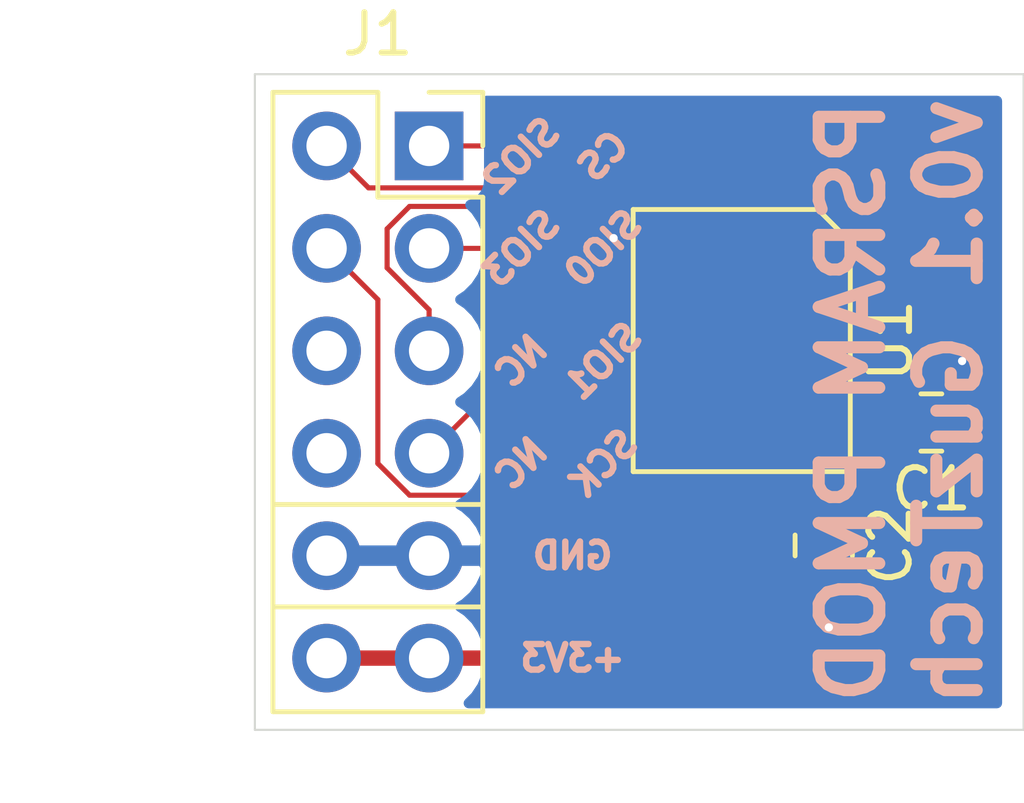
<source format=kicad_pcb>
(kicad_pcb (version 20171130) (host pcbnew 5.1.6)

  (general
    (thickness 1.6)
    (drawings 15)
    (tracks 719)
    (zones 0)
    (modules 4)
    (nets 11)
  )

  (page A4)
  (title_block
    (title "PSRAM PMOD")
    (date 2020-08-28)
    (rev 0.1)
    (company GuzTech)
  )

  (layers
    (0 F.Cu signal)
    (31 B.Cu signal)
    (32 B.Adhes user)
    (33 F.Adhes user)
    (34 B.Paste user)
    (35 F.Paste user)
    (36 B.SilkS user)
    (37 F.SilkS user)
    (38 B.Mask user)
    (39 F.Mask user)
    (40 Dwgs.User user)
    (41 Cmts.User user)
    (42 Eco1.User user)
    (43 Eco2.User user)
    (44 Edge.Cuts user)
    (45 Margin user)
    (46 B.CrtYd user)
    (47 F.CrtYd user)
    (48 B.Fab user)
    (49 F.Fab user)
  )

  (setup
    (last_trace_width 0.381)
    (trace_clearance 0.254)
    (zone_clearance 0.508)
    (zone_45_only no)
    (trace_min 0.127)
    (via_size 0.4572)
    (via_drill 0.2032)
    (via_min_size 0.4572)
    (via_min_drill 0.2032)
    (uvia_size 0.4572)
    (uvia_drill 0.2032)
    (uvias_allowed no)
    (uvia_min_size 0.4572)
    (uvia_min_drill 0.2032)
    (edge_width 0.05)
    (segment_width 0.2)
    (pcb_text_width 0.3)
    (pcb_text_size 1.5 1.5)
    (mod_edge_width 0.12)
    (mod_text_size 1 1)
    (mod_text_width 0.15)
    (pad_size 1.524 1.524)
    (pad_drill 0.762)
    (pad_to_mask_clearance 0.05)
    (aux_axis_origin 0 0)
    (visible_elements FFFFFF7F)
    (pcbplotparams
      (layerselection 0x010f0_ffffffff)
      (usegerberextensions false)
      (usegerberattributes false)
      (usegerberadvancedattributes false)
      (creategerberjobfile false)
      (excludeedgelayer true)
      (linewidth 0.100000)
      (plotframeref false)
      (viasonmask false)
      (mode 1)
      (useauxorigin false)
      (hpglpennumber 1)
      (hpglpenspeed 20)
      (hpglpendiameter 15.000000)
      (psnegative false)
      (psa4output false)
      (plotreference true)
      (plotvalue false)
      (plotinvisibletext false)
      (padsonsilk true)
      (subtractmaskfromsilk false)
      (outputformat 1)
      (mirror false)
      (drillshape 0)
      (scaleselection 1)
      (outputdirectory "./gerber"))
  )

  (net 0 "")
  (net 1 GND)
  (net 2 +3V3)
  (net 3 CS)
  (net 4 SIO[2])
  (net 5 SDI-SIO[0])
  (net 6 SIO[3])
  (net 7 SDO-SIO[1])
  (net 8 "Net-(J1-Pad9)")
  (net 9 SCK)
  (net 10 "Net-(J1-Pad10)")

  (net_class Default "This is the default net class."
    (clearance 0.254)
    (trace_width 0.381)
    (via_dia 0.4572)
    (via_drill 0.2032)
    (uvia_dia 0.4572)
    (uvia_drill 0.2032)
    (diff_pair_width 0.127)
    (diff_pair_gap 0.127)
    (add_net +3V3)
    (add_net GND)
    (add_net "Net-(J1-Pad10)")
    (add_net "Net-(J1-Pad9)")
  )

  (net_class data ""
    (clearance 0.127)
    (trace_width 0.127)
    (via_dia 0.4572)
    (via_drill 0.2032)
    (uvia_dia 0.4572)
    (uvia_drill 0.2032)
    (diff_pair_width 0.127)
    (diff_pair_gap 0.127)
    (add_net CS)
    (add_net SCK)
    (add_net SDI-SIO[0])
    (add_net SDO-SIO[1])
    (add_net SIO[2])
    (add_net SIO[3])
  )

  (module GuzTech_Footprints:SOP-8_150mil (layer F.Cu) (tedit 5F49353F) (tstamp 5F490AF6)
    (at 146.939 106.426 270)
    (path /5F3D7F47)
    (attr smd)
    (fp_text reference U1 (at 0 -3.69 270) (layer F.SilkS)
      (effects (font (size 1 1) (thickness 0.15)))
    )
    (fp_text value LY68L6400 (at 0.127 3.683 270) (layer F.Fab)
      (effects (font (size 1 1) (thickness 0.15)))
    )
    (fp_line (start -3 -2.44) (end 3 -2.44) (layer F.CrtYd) (width 0.05))
    (fp_line (start -3 2.44) (end -3 -2.44) (layer F.CrtYd) (width 0.05))
    (fp_line (start 3 2.44) (end -3 2.44) (layer F.CrtYd) (width 0.05))
    (fp_line (start 3 -2.44) (end 3 2.44) (layer F.CrtYd) (width 0.05))
    (fp_line (start -3.249999 2.69) (end -3.249999 -1.89) (layer F.SilkS) (width 0.12))
    (fp_line (start 3.249999 2.69) (end -3.249999 2.69) (layer F.SilkS) (width 0.12))
    (fp_line (start 3.249999 -2.69) (end 3.249999 2.69) (layer F.SilkS) (width 0.12))
    (fp_line (start -2.449999 -2.69) (end 3.249999 -2.69) (layer F.SilkS) (width 0.12))
    (fp_line (start -3.249999 -1.89) (end -2.449999 -2.69) (layer F.SilkS) (width 0.12))
    (pad 4 smd rect (at -2.049999 1.905 180) (size 0.57 1.4) (layers F.Cu F.Paste F.Mask)
      (net 1 GND))
    (pad 5 smd rect (at 2.049999 1.905 180) (size 0.57 1.4) (layers F.Cu F.Paste F.Mask)
      (net 5 SDI-SIO[0]))
    (pad 3 smd rect (at -2.049999 0.635 180) (size 0.57 1.4) (layers F.Cu F.Paste F.Mask)
      (net 4 SIO[2]))
    (pad 6 smd rect (at 2.049999 0.635 180) (size 0.57 1.4) (layers F.Cu F.Paste F.Mask)
      (net 9 SCK))
    (pad 2 smd rect (at -2.049999 -0.635 180) (size 0.57 1.4) (layers F.Cu F.Paste F.Mask)
      (net 7 SDO-SIO[1]))
    (pad 7 smd rect (at 2.049999 -0.635 180) (size 0.57 1.4) (layers F.Cu F.Paste F.Mask)
      (net 6 SIO[3]))
    (pad 1 smd rect (at -2.049999 -1.905 180) (size 0.57 1.4) (layers F.Cu F.Paste F.Mask)
      (net 3 CS))
    (pad 8 smd rect (at 2.049999 -1.905 180) (size 0.57 1.4) (layers F.Cu F.Paste F.Mask)
      (net 2 +3V3))
    (model ${KISYS3DMOD}/Package_SO.3dshapes/SSOP-8_3.9x5.05mm_P1.27mm.wrl
      (at (xyz 0 0 0))
      (scale (xyz 0.8 1 1))
      (rotate (xyz 0 0 0))
    )
  )

  (module Capacitor_SMD:C_0805_2012Metric (layer F.Cu) (tedit 5B36C52B) (tstamp 5F3D8E26)
    (at 151.638 108.458)
    (descr "Capacitor SMD 0805 (2012 Metric), square (rectangular) end terminal, IPC_7351 nominal, (Body size source: https://docs.google.com/spreadsheets/d/1BsfQQcO9C6DZCsRaXUlFlo91Tg2WpOkGARC1WS5S8t0/edit?usp=sharing), generated with kicad-footprint-generator")
    (tags capacitor)
    (path /5F3E08FA)
    (attr smd)
    (fp_text reference C1 (at 0 1.651) (layer F.SilkS)
      (effects (font (size 1 1) (thickness 0.15)))
    )
    (fp_text value 10uF (at 0 1.65) (layer F.Fab)
      (effects (font (size 1 1) (thickness 0.15)))
    )
    (fp_line (start -1 0.6) (end -1 -0.6) (layer F.Fab) (width 0.1))
    (fp_line (start -1 -0.6) (end 1 -0.6) (layer F.Fab) (width 0.1))
    (fp_line (start 1 -0.6) (end 1 0.6) (layer F.Fab) (width 0.1))
    (fp_line (start 1 0.6) (end -1 0.6) (layer F.Fab) (width 0.1))
    (fp_line (start -0.258578 -0.71) (end 0.258578 -0.71) (layer F.SilkS) (width 0.12))
    (fp_line (start -0.258578 0.71) (end 0.258578 0.71) (layer F.SilkS) (width 0.12))
    (fp_line (start -1.68 0.95) (end -1.68 -0.95) (layer F.CrtYd) (width 0.05))
    (fp_line (start -1.68 -0.95) (end 1.68 -0.95) (layer F.CrtYd) (width 0.05))
    (fp_line (start 1.68 -0.95) (end 1.68 0.95) (layer F.CrtYd) (width 0.05))
    (fp_line (start 1.68 0.95) (end -1.68 0.95) (layer F.CrtYd) (width 0.05))
    (fp_text user %R (at 0 0) (layer F.Fab)
      (effects (font (size 0.5 0.5) (thickness 0.08)))
    )
    (pad 2 smd roundrect (at 0.9375 0) (size 0.975 1.4) (layers F.Cu F.Paste F.Mask) (roundrect_rratio 0.25)
      (net 1 GND))
    (pad 1 smd roundrect (at -0.9375 0) (size 0.975 1.4) (layers F.Cu F.Paste F.Mask) (roundrect_rratio 0.25)
      (net 2 +3V3))
    (model ${KISYS3DMOD}/Capacitor_SMD.3dshapes/C_0805_2012Metric.wrl
      (at (xyz 0 0 0))
      (scale (xyz 1 1 1))
      (rotate (xyz 0 0 0))
    )
  )

  (module Capacitor_SMD:C_0805_2012Metric (layer F.Cu) (tedit 5B36C52B) (tstamp 5F3D8E37)
    (at 148.971 111.506 270)
    (descr "Capacitor SMD 0805 (2012 Metric), square (rectangular) end terminal, IPC_7351 nominal, (Body size source: https://docs.google.com/spreadsheets/d/1BsfQQcO9C6DZCsRaXUlFlo91Tg2WpOkGARC1WS5S8t0/edit?usp=sharing), generated with kicad-footprint-generator")
    (tags capacitor)
    (path /5F3DF010)
    (attr smd)
    (fp_text reference C2 (at 0 -1.65 90) (layer F.SilkS)
      (effects (font (size 1 1) (thickness 0.15)))
    )
    (fp_text value 0.1uF (at 0 1.65 90) (layer F.Fab)
      (effects (font (size 1 1) (thickness 0.15)))
    )
    (fp_line (start 1.68 0.95) (end -1.68 0.95) (layer F.CrtYd) (width 0.05))
    (fp_line (start 1.68 -0.95) (end 1.68 0.95) (layer F.CrtYd) (width 0.05))
    (fp_line (start -1.68 -0.95) (end 1.68 -0.95) (layer F.CrtYd) (width 0.05))
    (fp_line (start -1.68 0.95) (end -1.68 -0.95) (layer F.CrtYd) (width 0.05))
    (fp_line (start -0.258578 0.71) (end 0.258578 0.71) (layer F.SilkS) (width 0.12))
    (fp_line (start -0.258578 -0.71) (end 0.258578 -0.71) (layer F.SilkS) (width 0.12))
    (fp_line (start 1 0.6) (end -1 0.6) (layer F.Fab) (width 0.1))
    (fp_line (start 1 -0.6) (end 1 0.6) (layer F.Fab) (width 0.1))
    (fp_line (start -1 -0.6) (end 1 -0.6) (layer F.Fab) (width 0.1))
    (fp_line (start -1 0.6) (end -1 -0.6) (layer F.Fab) (width 0.1))
    (fp_text user %R (at 0 0 90) (layer F.Fab)
      (effects (font (size 0.5 0.5) (thickness 0.08)))
    )
    (pad 1 smd roundrect (at -0.9375 0 270) (size 0.975 1.4) (layers F.Cu F.Paste F.Mask) (roundrect_rratio 0.25)
      (net 2 +3V3))
    (pad 2 smd roundrect (at 0.9375 0 270) (size 0.975 1.4) (layers F.Cu F.Paste F.Mask) (roundrect_rratio 0.25)
      (net 1 GND))
    (model ${KISYS3DMOD}/Capacitor_SMD.3dshapes/C_0805_2012Metric.wrl
      (at (xyz 0 0 0))
      (scale (xyz 1 1 1))
      (rotate (xyz 0 0 0))
    )
  )

  (module GuzTech_Footprints:PMOD_2x06 (layer F.Cu) (tedit 5F3D884C) (tstamp 5F3D8E5B)
    (at 139.192 101.6)
    (descr "12 pin PMOD")
    (tags PMOD)
    (path /5F3D0A70)
    (fp_text reference J1 (at -1.27 -2.77) (layer F.SilkS)
      (effects (font (size 1 1) (thickness 0.15)))
    )
    (fp_text value Conn_02x06_Top_Bottom (at -1.27 15.47) (layer F.Fab)
      (effects (font (size 1 1) (thickness 0.15)))
    )
    (fp_line (start -3.81 8.89) (end 1.27 8.89) (layer F.SilkS) (width 0.12))
    (fp_line (start -3.81 11.43) (end 1.27 11.43) (layer F.SilkS) (width 0.12))
    (fp_line (start -4.34 14.45) (end -4.34 -1.8) (layer F.CrtYd) (width 0.05))
    (fp_line (start 1.76 14.45) (end -4.34 14.45) (layer F.CrtYd) (width 0.05))
    (fp_line (start 1.76 -1.8) (end 1.76 14.45) (layer F.CrtYd) (width 0.05))
    (fp_line (start -4.34 -1.8) (end 1.76 -1.8) (layer F.CrtYd) (width 0.05))
    (fp_line (start 0 -1.33) (end 1.33 -1.33) (layer F.SilkS) (width 0.12))
    (fp_line (start 1.33 -1.33) (end 1.33 0) (layer F.SilkS) (width 0.12))
    (fp_line (start -1.27 -1.33) (end -1.27 1.27) (layer F.SilkS) (width 0.12))
    (fp_line (start -1.27 1.27) (end 1.33 1.27) (layer F.SilkS) (width 0.12))
    (fp_line (start 1.33 1.27) (end 1.33 14.03) (layer F.SilkS) (width 0.12))
    (fp_line (start -3.87 14.03) (end 1.33 14.03) (layer F.SilkS) (width 0.12))
    (fp_line (start -3.87 -1.33) (end -3.87 14.03) (layer F.SilkS) (width 0.12))
    (fp_line (start -3.87 -1.33) (end -1.27 -1.33) (layer F.SilkS) (width 0.12))
    (fp_line (start -3.81 13.97) (end -3.81 -1.27) (layer F.Fab) (width 0.1))
    (fp_line (start 1.27 13.97) (end -3.81 13.97) (layer F.Fab) (width 0.1))
    (fp_line (start 1.27 -0.27) (end 1.27 13.97) (layer F.Fab) (width 0.1))
    (fp_line (start 0.27 -1.27) (end 1.27 -0.27) (layer F.Fab) (width 0.1))
    (fp_line (start -3.81 -1.27) (end 0.27 -1.27) (layer F.Fab) (width 0.1))
    (fp_text user %R (at -1.27 6.35 90) (layer F.Fab)
      (effects (font (size 1 1) (thickness 0.15)))
    )
    (pad 1 thru_hole rect (at 0 0) (size 1.7 1.7) (drill 1) (layers *.Cu *.Mask)
      (net 3 CS))
    (pad 7 thru_hole oval (at -2.54 0) (size 1.7 1.7) (drill 1) (layers *.Cu *.Mask)
      (net 4 SIO[2]))
    (pad 2 thru_hole oval (at 0 2.54) (size 1.7 1.7) (drill 1) (layers *.Cu *.Mask)
      (net 5 SDI-SIO[0]))
    (pad 8 thru_hole oval (at -2.54 2.54) (size 1.7 1.7) (drill 1) (layers *.Cu *.Mask)
      (net 6 SIO[3]))
    (pad 3 thru_hole oval (at 0 5.08) (size 1.7 1.7) (drill 1) (layers *.Cu *.Mask)
      (net 7 SDO-SIO[1]))
    (pad 9 thru_hole oval (at -2.54 5.08) (size 1.7 1.7) (drill 1) (layers *.Cu *.Mask)
      (net 8 "Net-(J1-Pad9)"))
    (pad 4 thru_hole oval (at 0 7.62) (size 1.7 1.7) (drill 1) (layers *.Cu *.Mask)
      (net 9 SCK))
    (pad 10 thru_hole oval (at -2.54 7.62) (size 1.7 1.7) (drill 1) (layers *.Cu *.Mask)
      (net 10 "Net-(J1-Pad10)"))
    (pad 5 thru_hole oval (at 0 10.16) (size 1.7 1.7) (drill 1) (layers *.Cu *.Mask)
      (net 1 GND))
    (pad 11 thru_hole oval (at -2.54 10.16) (size 1.7 1.7) (drill 1) (layers *.Cu *.Mask)
      (net 1 GND))
    (pad 6 thru_hole oval (at 0 12.7) (size 1.7 1.7) (drill 1) (layers *.Cu *.Mask)
      (net 2 +3V3))
    (pad 12 thru_hole oval (at -2.54 12.7) (size 1.7 1.7) (drill 1) (layers *.Cu *.Mask)
      (net 2 +3V3))
    (model ${KISYS3DMOD}/Connector_PinHeader_2.54mm.3dshapes/PinHeader_2x06_P2.54mm_Horizontal.wrl
      (offset (xyz 0 -12.7 0))
      (scale (xyz 1 1 1))
      (rotate (xyz 0 0 180))
    )
  )

  (gr_text SIO2 (at 141.478 101.854 45) (layer B.SilkS) (tstamp 5F491586)
    (effects (font (size 0.635 0.635) (thickness 0.15875)) (justify mirror))
  )
  (gr_text CS (at 143.51 101.854 45) (layer B.SilkS) (tstamp 5F491585)
    (effects (font (size 0.635 0.635) (thickness 0.15875)) (justify mirror))
  )
  (gr_text SIO3 (at 141.478 104.14 45) (layer B.SilkS) (tstamp 5F491582)
    (effects (font (size 0.635 0.635) (thickness 0.15875)) (justify mirror))
  )
  (gr_text SIO0 (at 143.51 104.14 45) (layer B.SilkS) (tstamp 5F491581)
    (effects (font (size 0.635 0.635) (thickness 0.15875)) (justify mirror))
  )
  (gr_text NC (at 141.478 106.934 45) (layer B.SilkS) (tstamp 5F49157E)
    (effects (font (size 0.635 0.635) (thickness 0.15875)) (justify mirror))
  )
  (gr_text SIO1 (at 143.51 106.934 45) (layer B.SilkS) (tstamp 5F49157D)
    (effects (font (size 0.635 0.635) (thickness 0.15875)) (justify mirror))
  )
  (gr_text SCK (at 143.51 109.474 45) (layer B.SilkS) (tstamp 5F49155B)
    (effects (font (size 0.635 0.635) (thickness 0.15875)) (justify mirror))
  )
  (gr_text NC (at 141.478 109.474 45) (layer B.SilkS) (tstamp 5F491553)
    (effects (font (size 0.635 0.635) (thickness 0.15875)) (justify mirror))
  )
  (gr_text GND (at 142.748 111.76) (layer B.SilkS) (tstamp 5F491542)
    (effects (font (size 0.635 0.635) (thickness 0.15875)) (justify mirror))
  )
  (gr_text +3V3 (at 142.748 114.3) (layer B.SilkS)
    (effects (font (size 0.635 0.635) (thickness 0.15875)) (justify mirror))
  )
  (gr_text "PSRAM PMOD\nv0.1 GuzTech" (at 150.876 107.95 90) (layer B.SilkS)
    (effects (font (size 1.5 1.5) (thickness 0.3)) (justify mirror))
  )
  (gr_line (start 134.874 116.078) (end 134.874 99.822) (layer Edge.Cuts) (width 0.05) (tstamp 5F49087F))
  (gr_line (start 153.924 116.078) (end 134.874 116.078) (layer Edge.Cuts) (width 0.05))
  (gr_line (start 153.924 99.822) (end 153.924 116.078) (layer Edge.Cuts) (width 0.05))
  (gr_line (start 134.874 99.822) (end 153.924 99.822) (layer Edge.Cuts) (width 0.05))

  (via (at 143.764 103.886) (size 0.4572) (drill 0.2032) (layers F.Cu B.Cu) (net 1))
  (segment (start 144.254001 104.376001) (end 143.764 103.886) (width 0.381) (layer F.Cu) (net 1))
  (segment (start 145.034 104.376001) (end 144.254001 104.376001) (width 0.381) (layer F.Cu) (net 1))
  (segment (start 143.764 103.886) (end 144.018 103.886) (width 0.381) (layer B.Cu) (net 1))
  (via (at 152.4 106.934) (size 0.4572) (drill 0.2032) (layers F.Cu B.Cu) (net 1))
  (segment (start 152.5755 107.1095) (end 152.4 106.934) (width 0.381) (layer F.Cu) (net 1))
  (segment (start 152.5755 108.458) (end 152.5755 107.1095) (width 0.381) (layer F.Cu) (net 1))
  (segment (start 148.971 113.411) (end 149.098 113.538) (width 0.381) (layer F.Cu) (net 1))
  (via (at 149.098 113.538) (size 0.4572) (drill 0.2032) (layers F.Cu B.Cu) (net 1))
  (segment (start 148.971 112.4435) (end 148.971 113.411) (width 0.381) (layer F.Cu) (net 1))
  (segment (start 136.652 114.3) (end 139.192 114.3) (width 0.381) (layer F.Cu) (net 2))
  (segment (start 150.682501 108.475999) (end 150.7005 108.458) (width 0.381) (layer F.Cu) (net 2))
  (segment (start 148.844 108.475999) (end 150.682501 108.475999) (width 0.381) (layer F.Cu) (net 2))
  (segment (start 148.844 110.4415) (end 148.971 110.5685) (width 0.381) (layer F.Cu) (net 2))
  (segment (start 148.844 108.475999) (end 148.844 110.4415) (width 0.381) (layer F.Cu) (net 2))
  (segment (start 148.0035 110.5685) (end 148.971 110.5685) (width 0.381) (layer F.Cu) (net 2))
  (segment (start 147.32 111.252) (end 148.0035 110.5685) (width 0.381) (layer F.Cu) (net 2))
  (segment (start 147.32 113.792) (end 147.32 111.252) (width 0.381) (layer F.Cu) (net 2))
  (segment (start 146.812 114.3) (end 147.32 113.792) (width 0.381) (layer F.Cu) (net 2))
  (segment (start 139.192 114.3) (end 146.812 114.3) (width 0.381) (layer F.Cu) (net 2))
  (segment (start 147.074225 101.558439) (end 147.110345 101.581135) (width 0.127) (layer F.Cu) (net 3))
  (segment (start 147.021365 101.492155) (end 147.044061 101.528275) (width 0.127) (layer F.Cu) (net 3))
  (segment (start 147.0025 101.2825) (end 147.0025 101.4095) (width 0.127) (layer F.Cu) (net 3))
  (segment (start 146.960938 101.163726) (end 146.983634 101.199846) (width 0.127) (layer F.Cu) (net 3))
  (segment (start 146.930774 101.133562) (end 146.960938 101.163726) (width 0.127) (layer F.Cu) (net 3))
  (segment (start 146.894654 101.110866) (end 146.930774 101.133562) (width 0.127) (layer F.Cu) (net 3))
  (segment (start 148.844 101.854) (end 148.844 104.376001) (width 0.127) (layer F.Cu) (net 3))
  (segment (start 146.85439 101.096777) (end 146.894654 101.110866) (width 0.127) (layer F.Cu) (net 3))
  (segment (start 147.150609 101.595224) (end 147.193 101.6) (width 0.127) (layer F.Cu) (net 3))
  (segment (start 146.812 101.092) (end 146.85439 101.096777) (width 0.127) (layer F.Cu) (net 3))
  (segment (start 146.769609 101.096777) (end 146.812 101.092) (width 0.127) (layer F.Cu) (net 3))
  (segment (start 147.193 101.6) (end 148.59 101.6) (width 0.127) (layer F.Cu) (net 3))
  (segment (start 146.693225 101.133562) (end 146.729345 101.110866) (width 0.127) (layer F.Cu) (net 3))
  (segment (start 146.626276 101.24011) (end 146.640365 101.199846) (width 0.127) (layer F.Cu) (net 3))
  (segment (start 146.6215 101.2825) (end 146.626276 101.24011) (width 0.127) (layer F.Cu) (net 3))
  (segment (start 148.59 101.6) (end 148.844 101.854) (width 0.127) (layer F.Cu) (net 3))
  (segment (start 146.602634 102.000154) (end 146.616723 101.95989) (width 0.127) (layer F.Cu) (net 3))
  (segment (start 146.549774 102.066438) (end 146.579938 102.036274) (width 0.127) (layer F.Cu) (net 3))
  (segment (start 146.983634 101.199846) (end 146.997723 101.24011) (width 0.127) (layer F.Cu) (net 3))
  (segment (start 146.513654 102.089134) (end 146.549774 102.066438) (width 0.127) (layer F.Cu) (net 3))
  (segment (start 146.47339 102.103223) (end 146.513654 102.089134) (width 0.127) (layer F.Cu) (net 3))
  (segment (start 146.431 102.108) (end 146.47339 102.103223) (width 0.127) (layer F.Cu) (net 3))
  (segment (start 146.640365 101.199846) (end 146.663061 101.163726) (width 0.127) (layer F.Cu) (net 3))
  (segment (start 146.388609 102.103223) (end 146.431 102.108) (width 0.127) (layer F.Cu) (net 3))
  (segment (start 146.348345 102.089134) (end 146.388609 102.103223) (width 0.127) (layer F.Cu) (net 3))
  (segment (start 146.312225 102.066438) (end 146.348345 102.089134) (width 0.127) (layer F.Cu) (net 3))
  (segment (start 146.282061 102.036274) (end 146.312225 102.066438) (width 0.127) (layer F.Cu) (net 3))
  (segment (start 146.259365 102.000154) (end 146.282061 102.036274) (width 0.127) (layer F.Cu) (net 3))
  (segment (start 146.245276 101.95989) (end 146.259365 102.000154) (width 0.127) (layer F.Cu) (net 3))
  (segment (start 146.6215 101.9175) (end 146.6215 101.2825) (width 0.127) (layer F.Cu) (net 3))
  (segment (start 146.2405 101.9175) (end 146.245276 101.95989) (width 0.127) (layer F.Cu) (net 3))
  (segment (start 146.2405 101.2825) (end 146.2405 101.9175) (width 0.127) (layer F.Cu) (net 3))
  (segment (start 146.235723 101.24011) (end 146.2405 101.2825) (width 0.127) (layer F.Cu) (net 3))
  (segment (start 146.198938 101.163726) (end 146.221634 101.199846) (width 0.127) (layer F.Cu) (net 3))
  (segment (start 146.616723 101.95989) (end 146.6215 101.9175) (width 0.127) (layer F.Cu) (net 3))
  (segment (start 146.05 101.092) (end 146.09239 101.096777) (width 0.127) (layer F.Cu) (net 3))
  (segment (start 145.967345 101.110866) (end 146.007609 101.096777) (width 0.127) (layer F.Cu) (net 3))
  (segment (start 145.169225 101.133562) (end 145.205345 101.110866) (width 0.127) (layer F.Cu) (net 3))
  (segment (start 145.0975 101.9175) (end 145.0975 101.2825) (width 0.127) (layer F.Cu) (net 3))
  (segment (start 146.168774 101.133562) (end 146.198938 101.163726) (width 0.127) (layer F.Cu) (net 3))
  (segment (start 145.669 102.108) (end 145.71139 102.103223) (width 0.127) (layer F.Cu) (net 3))
  (segment (start 147.0025 101.4095) (end 147.007276 101.451891) (width 0.127) (layer F.Cu) (net 3))
  (segment (start 146.997723 101.24011) (end 147.0025 101.2825) (width 0.127) (layer F.Cu) (net 3))
  (segment (start 144.94939 102.103223) (end 144.989654 102.089134) (width 0.127) (layer F.Cu) (net 3))
  (segment (start 144.824345 102.089134) (end 144.864609 102.103223) (width 0.127) (layer F.Cu) (net 3))
  (segment (start 144.608654 101.618865) (end 144.644774 101.641561) (width 0.127) (layer F.Cu) (net 3))
  (segment (start 145.092723 101.95989) (end 145.0975 101.9175) (width 0.127) (layer F.Cu) (net 3))
  (segment (start 144.907 102.108) (end 144.94939 102.103223) (width 0.127) (layer F.Cu) (net 3))
  (segment (start 145.078634 102.000154) (end 145.092723 101.95989) (width 0.127) (layer F.Cu) (net 3))
  (segment (start 144.864609 102.103223) (end 144.907 102.108) (width 0.127) (layer F.Cu) (net 3))
  (segment (start 139.192 101.6) (end 144.526 101.6) (width 0.127) (layer F.Cu) (net 3))
  (segment (start 146.729345 101.110866) (end 146.769609 101.096777) (width 0.127) (layer F.Cu) (net 3))
  (segment (start 144.989654 102.089134) (end 145.025774 102.066438) (width 0.127) (layer F.Cu) (net 3))
  (segment (start 144.526 101.6) (end 144.56839 101.604776) (width 0.127) (layer F.Cu) (net 3))
  (segment (start 144.758061 102.036274) (end 144.788225 102.066438) (width 0.127) (layer F.Cu) (net 3))
  (segment (start 144.721276 101.95989) (end 144.735365 102.000154) (width 0.127) (layer F.Cu) (net 3))
  (segment (start 145.931225 101.133562) (end 145.967345 101.110866) (width 0.127) (layer F.Cu) (net 3))
  (segment (start 144.56839 101.604776) (end 144.608654 101.618865) (width 0.127) (layer F.Cu) (net 3))
  (segment (start 144.7165 101.7905) (end 144.7165 101.9175) (width 0.127) (layer F.Cu) (net 3))
  (segment (start 144.788225 102.066438) (end 144.824345 102.089134) (width 0.127) (layer F.Cu) (net 3))
  (segment (start 145.055938 102.036274) (end 145.078634 102.000154) (width 0.127) (layer F.Cu) (net 3))
  (segment (start 144.644774 101.641561) (end 144.674938 101.671725) (width 0.127) (layer F.Cu) (net 3))
  (segment (start 145.751654 102.089134) (end 145.787774 102.066438) (width 0.127) (layer F.Cu) (net 3))
  (segment (start 146.09239 101.096777) (end 146.132654 101.110866) (width 0.127) (layer F.Cu) (net 3))
  (segment (start 144.674938 101.671725) (end 144.697634 101.707845) (width 0.127) (layer F.Cu) (net 3))
  (segment (start 146.007609 101.096777) (end 146.05 101.092) (width 0.127) (layer F.Cu) (net 3))
  (segment (start 145.025774 102.066438) (end 145.055938 102.036274) (width 0.127) (layer F.Cu) (net 3))
  (segment (start 145.8595 101.2825) (end 145.864276 101.24011) (width 0.127) (layer F.Cu) (net 3))
  (segment (start 147.110345 101.581135) (end 147.150609 101.595224) (width 0.127) (layer F.Cu) (net 3))
  (segment (start 145.436938 101.163726) (end 145.459634 101.199846) (width 0.127) (layer F.Cu) (net 3))
  (segment (start 144.697634 101.707845) (end 144.711723 101.748109) (width 0.127) (layer F.Cu) (net 3))
  (segment (start 145.102276 101.24011) (end 145.116365 101.199846) (width 0.127) (layer F.Cu) (net 3))
  (segment (start 145.626609 102.103223) (end 145.669 102.108) (width 0.127) (layer F.Cu) (net 3))
  (segment (start 145.4785 101.2825) (end 145.4785 101.9175) (width 0.127) (layer F.Cu) (net 3))
  (segment (start 145.459634 101.199846) (end 145.473723 101.24011) (width 0.127) (layer F.Cu) (net 3))
  (segment (start 144.711723 101.748109) (end 144.7165 101.7905) (width 0.127) (layer F.Cu) (net 3))
  (segment (start 145.520061 102.036274) (end 145.550225 102.066438) (width 0.127) (layer F.Cu) (net 3))
  (segment (start 146.663061 101.163726) (end 146.693225 101.133562) (width 0.127) (layer F.Cu) (net 3))
  (segment (start 144.7165 101.9175) (end 144.721276 101.95989) (width 0.127) (layer F.Cu) (net 3))
  (segment (start 144.735365 102.000154) (end 144.758061 102.036274) (width 0.127) (layer F.Cu) (net 3))
  (segment (start 146.221634 101.199846) (end 146.235723 101.24011) (width 0.127) (layer F.Cu) (net 3))
  (segment (start 145.116365 101.199846) (end 145.139061 101.163726) (width 0.127) (layer F.Cu) (net 3))
  (segment (start 145.0975 101.2825) (end 145.102276 101.24011) (width 0.127) (layer F.Cu) (net 3))
  (segment (start 145.245609 101.096777) (end 145.288 101.092) (width 0.127) (layer F.Cu) (net 3))
  (segment (start 147.007276 101.451891) (end 147.021365 101.492155) (width 0.127) (layer F.Cu) (net 3))
  (segment (start 145.205345 101.110866) (end 145.245609 101.096777) (width 0.127) (layer F.Cu) (net 3))
  (segment (start 146.132654 101.110866) (end 146.168774 101.133562) (width 0.127) (layer F.Cu) (net 3))
  (segment (start 145.483276 101.95989) (end 145.497365 102.000154) (width 0.127) (layer F.Cu) (net 3))
  (segment (start 145.288 101.092) (end 145.33039 101.096777) (width 0.127) (layer F.Cu) (net 3))
  (segment (start 145.33039 101.096777) (end 145.370654 101.110866) (width 0.127) (layer F.Cu) (net 3))
  (segment (start 145.406774 101.133562) (end 145.436938 101.163726) (width 0.127) (layer F.Cu) (net 3))
  (segment (start 145.473723 101.24011) (end 145.4785 101.2825) (width 0.127) (layer F.Cu) (net 3))
  (segment (start 145.4785 101.9175) (end 145.483276 101.95989) (width 0.127) (layer F.Cu) (net 3))
  (segment (start 145.497365 102.000154) (end 145.520061 102.036274) (width 0.127) (layer F.Cu) (net 3))
  (segment (start 145.370654 101.110866) (end 145.406774 101.133562) (width 0.127) (layer F.Cu) (net 3))
  (segment (start 145.854723 101.95989) (end 145.8595 101.9175) (width 0.127) (layer F.Cu) (net 3))
  (segment (start 145.139061 101.163726) (end 145.169225 101.133562) (width 0.127) (layer F.Cu) (net 3))
  (segment (start 145.878365 101.199846) (end 145.901061 101.163726) (width 0.127) (layer F.Cu) (net 3))
  (segment (start 145.586345 102.089134) (end 145.626609 102.103223) (width 0.127) (layer F.Cu) (net 3))
  (segment (start 145.71139 102.103223) (end 145.751654 102.089134) (width 0.127) (layer F.Cu) (net 3))
  (segment (start 145.550225 102.066438) (end 145.586345 102.089134) (width 0.127) (layer F.Cu) (net 3))
  (segment (start 145.787774 102.066438) (end 145.817938 102.036274) (width 0.127) (layer F.Cu) (net 3))
  (segment (start 146.579938 102.036274) (end 146.602634 102.000154) (width 0.127) (layer F.Cu) (net 3))
  (segment (start 145.901061 101.163726) (end 145.931225 101.133562) (width 0.127) (layer F.Cu) (net 3))
  (segment (start 145.817938 102.036274) (end 145.840634 102.000154) (width 0.127) (layer F.Cu) (net 3))
  (segment (start 145.840634 102.000154) (end 145.854723 101.95989) (width 0.127) (layer F.Cu) (net 3))
  (segment (start 147.044061 101.528275) (end 147.074225 101.558439) (width 0.127) (layer F.Cu) (net 3))
  (segment (start 145.8595 101.9175) (end 145.8595 101.2825) (width 0.127) (layer F.Cu) (net 3))
  (segment (start 145.864276 101.24011) (end 145.878365 101.199846) (width 0.127) (layer F.Cu) (net 3))
  (segment (start 146.254998 104.326999) (end 146.304 104.376001) (width 0.127) (layer F.Cu) (net 4))
  (segment (start 143.975346 102.621636) (end 144.01561 102.635725) (width 0.127) (layer F.Cu) (net 4))
  (segment (start 143.939226 102.59894) (end 143.975346 102.621636) (width 0.127) (layer F.Cu) (net 4))
  (segment (start 143.909062 102.568776) (end 143.939226 102.59894) (width 0.127) (layer F.Cu) (net 4))
  (segment (start 143.867501 102.450001) (end 143.872277 102.492392) (width 0.127) (layer F.Cu) (net 4))
  (segment (start 143.867501 102.352557) (end 143.867501 102.450001) (width 0.127) (layer F.Cu) (net 4))
  (segment (start 143.862724 102.310167) (end 143.867501 102.352557) (width 0.127) (layer F.Cu) (net 4))
  (segment (start 143.848635 102.269903) (end 143.862724 102.310167) (width 0.127) (layer F.Cu) (net 4))
  (segment (start 143.825939 102.233783) (end 143.848635 102.269903) (width 0.127) (layer F.Cu) (net 4))
  (segment (start 141.623062 103.047219) (end 141.653226 103.077383) (width 0.127) (layer F.Cu) (net 4))
  (segment (start 141.600366 103.011099) (end 141.623062 103.047219) (width 0.127) (layer F.Cu) (net 4))
  (segment (start 142.338724 102.310167) (end 142.343501 102.352557) (width 0.127) (layer F.Cu) (net 4))
  (segment (start 143.505366 102.269903) (end 143.528062 102.233783) (width 0.127) (layer F.Cu) (net 4))
  (segment (start 141.586277 102.970835) (end 141.600366 103.011099) (width 0.127) (layer F.Cu) (net 4))
  (segment (start 141.581501 102.928445) (end 141.586277 102.970835) (width 0.127) (layer F.Cu) (net 4))
  (segment (start 143.063939 102.233783) (end 143.086635 102.269903) (width 0.127) (layer F.Cu) (net 4))
  (segment (start 141.581501 102.352557) (end 141.581501 102.928445) (width 0.127) (layer F.Cu) (net 4))
  (segment (start 142.11061 102.166834) (end 142.153001 102.162057) (width 0.127) (layer F.Cu) (net 4))
  (segment (start 141.576724 102.310167) (end 141.581501 102.352557) (width 0.127) (layer F.Cu) (net 4))
  (segment (start 143.338391 103.114168) (end 143.378655 103.100079) (width 0.127) (layer F.Cu) (net 4))
  (segment (start 140.818734 102.744764) (end 140.828903 102.754933) (width 0.127) (layer F.Cu) (net 4))
  (segment (start 142.385062 103.047219) (end 142.415226 103.077383) (width 0.127) (layer F.Cu) (net 4))
  (segment (start 143.886366 102.532656) (end 143.909062 102.568776) (width 0.127) (layer F.Cu) (net 4))
  (segment (start 143.677001 102.162057) (end 143.719391 102.166834) (width 0.127) (layer F.Cu) (net 4))
  (segment (start 141.509775 102.203619) (end 141.539939 102.233783) (width 0.127) (layer F.Cu) (net 4))
  (segment (start 141.967277 102.310167) (end 141.981366 102.269903) (width 0.127) (layer F.Cu) (net 4))
  (segment (start 140.811082 102.732587) (end 140.818734 102.744764) (width 0.127) (layer F.Cu) (net 4))
  (segment (start 140.780542 102.654512) (end 140.790711 102.664681) (width 0.127) (layer F.Cu) (net 4))
  (segment (start 143.105501 102.928445) (end 143.110277 102.970835) (width 0.127) (layer F.Cu) (net 4))
  (segment (start 141.473655 102.180923) (end 141.509775 102.203619) (width 0.127) (layer F.Cu) (net 4))
  (segment (start 146.254998 102.87) (end 146.254998 104.326999) (width 0.127) (layer F.Cu) (net 4))
  (segment (start 143.105501 102.352557) (end 143.105501 102.928445) (width 0.127) (layer F.Cu) (net 4))
  (segment (start 141.962501 102.352557) (end 141.967277 102.310167) (width 0.127) (layer F.Cu) (net 4))
  (segment (start 142.271775 102.203619) (end 142.301939 102.233783) (width 0.127) (layer F.Cu) (net 4))
  (segment (start 142.235655 102.180923) (end 142.271775 102.203619) (width 0.127) (layer F.Cu) (net 4))
  (segment (start 143.481724 102.970835) (end 143.486501 102.928445) (width 0.127) (layer F.Cu) (net 4))
  (segment (start 141.962501 102.928445) (end 141.962501 102.352557) (width 0.127) (layer F.Cu) (net 4))
  (segment (start 142.616655 103.100079) (end 142.652775 103.077383) (width 0.127) (layer F.Cu) (net 4))
  (segment (start 141.391001 102.162057) (end 141.433391 102.166834) (width 0.127) (layer F.Cu) (net 4))
  (segment (start 141.34861 102.166834) (end 141.391001 102.162057) (width 0.127) (layer F.Cu) (net 4))
  (segment (start 142.915001 102.162057) (end 142.957391 102.166834) (width 0.127) (layer F.Cu) (net 4))
  (segment (start 141.308346 102.180923) (end 141.34861 102.166834) (width 0.127) (layer F.Cu) (net 4))
  (segment (start 141.943635 103.011099) (end 141.957724 102.970835) (width 0.127) (layer F.Cu) (net 4))
  (segment (start 140.803112 102.690432) (end 140.806333 102.719013) (width 0.127) (layer F.Cu) (net 4))
  (segment (start 141.814391 103.114168) (end 141.854655 103.100079) (width 0.127) (layer F.Cu) (net 4))
  (segment (start 142.724501 102.928445) (end 142.724501 102.352557) (width 0.127) (layer F.Cu) (net 4))
  (segment (start 141.219366 102.269903) (end 141.242062 102.233783) (width 0.127) (layer F.Cu) (net 4))
  (segment (start 141.920939 103.047219) (end 141.943635 103.011099) (width 0.127) (layer F.Cu) (net 4))
  (segment (start 144.058001 102.640501) (end 146.025499 102.640501) (width 0.127) (layer F.Cu) (net 4))
  (segment (start 141.562635 102.269903) (end 141.576724 102.310167) (width 0.127) (layer F.Cu) (net 4))
  (segment (start 140.768365 102.64686) (end 140.780542 102.654512) (width 0.127) (layer F.Cu) (net 4))
  (segment (start 142.957391 102.166834) (end 142.997655 102.180923) (width 0.127) (layer F.Cu) (net 4))
  (segment (start 140.790711 102.664681) (end 140.798363 102.676858) (width 0.127) (layer F.Cu) (net 4))
  (segment (start 142.195391 102.166834) (end 142.235655 102.180923) (width 0.127) (layer F.Cu) (net 4))
  (segment (start 141.890775 103.077383) (end 141.920939 103.047219) (width 0.127) (layer F.Cu) (net 4))
  (segment (start 143.558226 102.203619) (end 143.594346 102.180923) (width 0.127) (layer F.Cu) (net 4))
  (segment (start 141.242062 102.233783) (end 141.272226 102.203619) (width 0.127) (layer F.Cu) (net 4))
  (segment (start 143.528062 102.233783) (end 143.558226 102.203619) (width 0.127) (layer F.Cu) (net 4))
  (segment (start 143.63461 102.166834) (end 143.677001 102.162057) (width 0.127) (layer F.Cu) (net 4))
  (segment (start 137.692501 102.640501) (end 140.740501 102.640501) (width 0.127) (layer F.Cu) (net 4))
  (segment (start 140.798363 102.676858) (end 140.803112 102.690432) (width 0.127) (layer F.Cu) (net 4))
  (segment (start 141.72961 103.114168) (end 141.772001 103.118945) (width 0.127) (layer F.Cu) (net 4))
  (segment (start 142.534001 103.118945) (end 142.576391 103.114168) (width 0.127) (layer F.Cu) (net 4))
  (segment (start 140.806333 102.719013) (end 140.811082 102.732587) (width 0.127) (layer F.Cu) (net 4))
  (segment (start 141.205277 102.310167) (end 141.219366 102.269903) (width 0.127) (layer F.Cu) (net 4))
  (segment (start 143.086635 102.269903) (end 143.100724 102.310167) (width 0.127) (layer F.Cu) (net 4))
  (segment (start 136.652 101.6) (end 137.692501 102.640501) (width 0.127) (layer F.Cu) (net 4))
  (segment (start 141.653226 103.077383) (end 141.689346 103.100079) (width 0.127) (layer F.Cu) (net 4))
  (segment (start 141.185723 102.704723) (end 141.185723 102.640501) (width 0.127) (layer F.Cu) (net 4))
  (segment (start 141.121501 102.768945) (end 141.135791 102.767334) (width 0.127) (layer F.Cu) (net 4))
  (segment (start 142.832346 102.180923) (end 142.87261 102.166834) (width 0.127) (layer F.Cu) (net 4))
  (segment (start 141.135791 102.767334) (end 141.149365 102.762585) (width 0.127) (layer F.Cu) (net 4))
  (segment (start 143.486501 102.928445) (end 143.486501 102.352557) (width 0.127) (layer F.Cu) (net 4))
  (segment (start 141.981366 102.269903) (end 142.004062 102.233783) (width 0.127) (layer F.Cu) (net 4))
  (segment (start 140.868945 102.768945) (end 141.121501 102.768945) (width 0.127) (layer F.Cu) (net 4))
  (segment (start 142.348277 102.970835) (end 142.362366 103.011099) (width 0.127) (layer F.Cu) (net 4))
  (segment (start 141.161542 102.754933) (end 141.171711 102.744764) (width 0.127) (layer F.Cu) (net 4))
  (segment (start 144.01561 102.635725) (end 144.058001 102.640501) (width 0.127) (layer F.Cu) (net 4))
  (segment (start 142.729277 102.310167) (end 142.743366 102.269903) (width 0.127) (layer F.Cu) (net 4))
  (segment (start 141.689346 103.100079) (end 141.72961 103.114168) (width 0.127) (layer F.Cu) (net 4))
  (segment (start 141.772001 103.118945) (end 141.814391 103.114168) (width 0.127) (layer F.Cu) (net 4))
  (segment (start 140.828903 102.754933) (end 140.84108 102.762585) (width 0.127) (layer F.Cu) (net 4))
  (segment (start 141.179363 102.732587) (end 141.184112 102.719013) (width 0.127) (layer F.Cu) (net 4))
  (segment (start 141.200501 102.352557) (end 141.205277 102.310167) (width 0.127) (layer F.Cu) (net 4))
  (segment (start 142.743366 102.269903) (end 142.766062 102.233783) (width 0.127) (layer F.Cu) (net 4))
  (segment (start 140.854654 102.767334) (end 140.868945 102.768945) (width 0.127) (layer F.Cu) (net 4))
  (segment (start 146.025499 102.640501) (end 146.254998 102.87) (width 0.127) (layer F.Cu) (net 4))
  (segment (start 142.343501 102.352557) (end 142.343501 102.928445) (width 0.127) (layer F.Cu) (net 4))
  (segment (start 143.795775 102.203619) (end 143.825939 102.233783) (width 0.127) (layer F.Cu) (net 4))
  (segment (start 141.185723 102.640501) (end 141.200501 102.640501) (width 0.127) (layer F.Cu) (net 4))
  (segment (start 141.200501 102.640501) (end 141.200501 102.352557) (width 0.127) (layer F.Cu) (net 4))
  (segment (start 142.49161 103.114168) (end 142.534001 103.118945) (width 0.127) (layer F.Cu) (net 4))
  (segment (start 142.004062 102.233783) (end 142.034226 102.203619) (width 0.127) (layer F.Cu) (net 4))
  (segment (start 141.149365 102.762585) (end 141.161542 102.754933) (width 0.127) (layer F.Cu) (net 4))
  (segment (start 142.034226 102.203619) (end 142.070346 102.180923) (width 0.127) (layer F.Cu) (net 4))
  (segment (start 141.184112 102.719013) (end 141.185723 102.704723) (width 0.127) (layer F.Cu) (net 4))
  (segment (start 142.415226 103.077383) (end 142.451346 103.100079) (width 0.127) (layer F.Cu) (net 4))
  (segment (start 142.070346 102.180923) (end 142.11061 102.166834) (width 0.127) (layer F.Cu) (net 4))
  (segment (start 142.153001 102.162057) (end 142.195391 102.166834) (width 0.127) (layer F.Cu) (net 4))
  (segment (start 142.301939 102.233783) (end 142.324635 102.269903) (width 0.127) (layer F.Cu) (net 4))
  (segment (start 143.486501 102.352557) (end 143.491277 102.310167) (width 0.127) (layer F.Cu) (net 4))
  (segment (start 141.539939 102.233783) (end 141.562635 102.269903) (width 0.127) (layer F.Cu) (net 4))
  (segment (start 142.324635 102.269903) (end 142.338724 102.310167) (width 0.127) (layer F.Cu) (net 4))
  (segment (start 140.754791 102.642111) (end 140.768365 102.64686) (width 0.127) (layer F.Cu) (net 4))
  (segment (start 143.491277 102.310167) (end 143.505366 102.269903) (width 0.127) (layer F.Cu) (net 4))
  (segment (start 142.343501 102.928445) (end 142.348277 102.970835) (width 0.127) (layer F.Cu) (net 4))
  (segment (start 142.362366 103.011099) (end 142.385062 103.047219) (width 0.127) (layer F.Cu) (net 4))
  (segment (start 143.719391 102.166834) (end 143.759655 102.180923) (width 0.127) (layer F.Cu) (net 4))
  (segment (start 142.451346 103.100079) (end 142.49161 103.114168) (width 0.127) (layer F.Cu) (net 4))
  (segment (start 140.740501 102.640501) (end 140.754791 102.642111) (width 0.127) (layer F.Cu) (net 4))
  (segment (start 142.576391 103.114168) (end 142.616655 103.100079) (width 0.127) (layer F.Cu) (net 4))
  (segment (start 143.444939 103.047219) (end 143.467635 103.011099) (width 0.127) (layer F.Cu) (net 4))
  (segment (start 142.705635 103.011099) (end 142.719724 102.970835) (width 0.127) (layer F.Cu) (net 4))
  (segment (start 143.872277 102.492392) (end 143.886366 102.532656) (width 0.127) (layer F.Cu) (net 4))
  (segment (start 143.467635 103.011099) (end 143.481724 102.970835) (width 0.127) (layer F.Cu) (net 4))
  (segment (start 142.719724 102.970835) (end 142.724501 102.928445) (width 0.127) (layer F.Cu) (net 4))
  (segment (start 142.724501 102.352557) (end 142.729277 102.310167) (width 0.127) (layer F.Cu) (net 4))
  (segment (start 142.766062 102.233783) (end 142.796226 102.203619) (width 0.127) (layer F.Cu) (net 4))
  (segment (start 142.796226 102.203619) (end 142.832346 102.180923) (width 0.127) (layer F.Cu) (net 4))
  (segment (start 142.87261 102.166834) (end 142.915001 102.162057) (width 0.127) (layer F.Cu) (net 4))
  (segment (start 142.997655 102.180923) (end 143.033775 102.203619) (width 0.127) (layer F.Cu) (net 4))
  (segment (start 143.033775 102.203619) (end 143.063939 102.233783) (width 0.127) (layer F.Cu) (net 4))
  (segment (start 143.100724 102.310167) (end 143.105501 102.352557) (width 0.127) (layer F.Cu) (net 4))
  (segment (start 143.110277 102.970835) (end 143.124366 103.011099) (width 0.127) (layer F.Cu) (net 4))
  (segment (start 143.124366 103.011099) (end 143.147062 103.047219) (width 0.127) (layer F.Cu) (net 4))
  (segment (start 141.433391 102.166834) (end 141.473655 102.180923) (width 0.127) (layer F.Cu) (net 4))
  (segment (start 143.177226 103.077383) (end 143.213346 103.100079) (width 0.127) (layer F.Cu) (net 4))
  (segment (start 143.213346 103.100079) (end 143.25361 103.114168) (width 0.127) (layer F.Cu) (net 4))
  (segment (start 143.25361 103.114168) (end 143.296001 103.118945) (width 0.127) (layer F.Cu) (net 4))
  (segment (start 140.84108 102.762585) (end 140.854654 102.767334) (width 0.127) (layer F.Cu) (net 4))
  (segment (start 143.296001 103.118945) (end 143.338391 103.114168) (width 0.127) (layer F.Cu) (net 4))
  (segment (start 141.854655 103.100079) (end 141.890775 103.077383) (width 0.127) (layer F.Cu) (net 4))
  (segment (start 142.652775 103.077383) (end 142.682939 103.047219) (width 0.127) (layer F.Cu) (net 4))
  (segment (start 143.378655 103.100079) (end 143.414775 103.077383) (width 0.127) (layer F.Cu) (net 4))
  (segment (start 141.272226 102.203619) (end 141.308346 102.180923) (width 0.127) (layer F.Cu) (net 4))
  (segment (start 142.682939 103.047219) (end 142.705635 103.011099) (width 0.127) (layer F.Cu) (net 4))
  (segment (start 143.414775 103.077383) (end 143.444939 103.047219) (width 0.127) (layer F.Cu) (net 4))
  (segment (start 141.171711 102.744764) (end 141.179363 102.732587) (width 0.127) (layer F.Cu) (net 4))
  (segment (start 143.594346 102.180923) (end 143.63461 102.166834) (width 0.127) (layer F.Cu) (net 4))
  (segment (start 141.957724 102.970835) (end 141.962501 102.928445) (width 0.127) (layer F.Cu) (net 4))
  (segment (start 143.147062 103.047219) (end 143.177226 103.077383) (width 0.127) (layer F.Cu) (net 4))
  (segment (start 143.759655 102.180923) (end 143.795775 102.203619) (width 0.127) (layer F.Cu) (net 4))
  (segment (start 145.034 107.597259) (end 145.034 108.475999) (width 0.127) (layer F.Cu) (net 5))
  (segment (start 145.034 107.188) (end 145.034 107.597259) (width 0.127) (layer F.Cu) (net 5))
  (segment (start 143.764 106.934) (end 144.78 106.934) (width 0.127) (layer F.Cu) (net 5))
  (segment (start 143.368057 106.531301) (end 143.394653 106.564652) (width 0.127) (layer F.Cu) (net 5))
  (segment (start 143.340056 106.451278) (end 143.349547 106.492866) (width 0.127) (layer F.Cu) (net 5))
  (segment (start 143.340056 106.40862) (end 143.340056 106.451278) (width 0.127) (layer F.Cu) (net 5))
  (segment (start 143.349547 106.36703) (end 143.340056 106.40862) (width 0.127) (layer F.Cu) (net 5))
  (segment (start 143.368057 106.328597) (end 143.349547 106.36703) (width 0.127) (layer F.Cu) (net 5))
  (segment (start 143.394653 106.295244) (end 143.368057 106.328597) (width 0.127) (layer F.Cu) (net 5))
  (segment (start 143.511053 106.17209) (end 143.484457 106.205443) (width 0.127) (layer F.Cu) (net 5))
  (segment (start 142.209212 104.813307) (end 142.250802 104.803816) (width 0.127) (layer F.Cu) (net 5))
  (segment (start 143.349547 106.492866) (end 143.368057 106.531301) (width 0.127) (layer F.Cu) (net 5))
  (segment (start 142.170779 104.831817) (end 142.209212 104.813307) (width 0.127) (layer F.Cu) (net 5))
  (segment (start 142.137428 104.858415) (end 142.170779 104.831817) (width 0.127) (layer F.Cu) (net 5))
  (segment (start 141.688415 105.307429) (end 142.137428 104.858415) (width 0.127) (layer F.Cu) (net 5))
  (segment (start 142.406835 105.127821) (end 141.957819 105.576832) (width 0.127) (layer F.Cu) (net 5))
  (segment (start 141.490793 105.352534) (end 141.532382 105.362027) (width 0.127) (layer F.Cu) (net 5))
  (segment (start 141.670401 104.274496) (end 141.711991 104.265005) (width 0.127) (layer F.Cu) (net 5))
  (segment (start 141.36441 105.194054) (end 141.373902 105.235643) (width 0.127) (layer F.Cu) (net 5))
  (segment (start 142.113852 105.900838) (end 142.155441 105.891345) (width 0.127) (layer F.Cu) (net 5))
  (segment (start 142.972242 105.633279) (end 142.945646 105.666632) (width 0.127) (layer F.Cu) (net 5))
  (segment (start 141.912713 105.774454) (end 141.931222 105.812888) (width 0.127) (layer F.Cu) (net 5))
  (segment (start 141.89462 104.555657) (end 141.868024 104.58901) (width 0.127) (layer F.Cu) (net 5))
  (segment (start 140.996597 104.376055) (end 140.97 104.409407) (width 0.127) (layer F.Cu) (net 5))
  (segment (start 141.419008 105.307429) (end 141.452359 105.334026) (width 0.127) (layer F.Cu) (net 5))
  (segment (start 143.529562 106.133658) (end 143.511053 106.17209) (width 0.127) (layer F.Cu) (net 5))
  (segment (start 141.913129 104.517225) (end 141.89462 104.555657) (width 0.127) (layer F.Cu) (net 5))
  (segment (start 140.8536 104.532561) (end 140.835091 104.570995) (width 0.127) (layer F.Cu) (net 5))
  (segment (start 142.250802 104.803816) (end 142.29346 104.803816) (width 0.127) (layer F.Cu) (net 5))
  (segment (start 141.598617 104.319604) (end 141.631968 104.293006) (width 0.127) (layer F.Cu) (net 5))
  (segment (start 142.912294 105.370628) (end 142.945645 105.397224) (width 0.127) (layer F.Cu) (net 5))
  (segment (start 142.442032 106.229018) (end 142.442032 106.271676) (width 0.127) (layer F.Cu) (net 5))
  (segment (start 141.452359 105.334026) (end 141.490793 105.352534) (width 0.127) (layer F.Cu) (net 5))
  (segment (start 141.03623 104.823215) (end 141.077819 104.813722) (width 0.127) (layer F.Cu) (net 5))
  (segment (start 142.610004 106.439649) (end 142.652663 106.439649) (width 0.127) (layer F.Cu) (net 5))
  (segment (start 141.922622 104.475636) (end 141.913129 104.517225) (width 0.127) (layer F.Cu) (net 5))
  (segment (start 141.532382 105.362027) (end 141.575041 105.362027) (width 0.127) (layer F.Cu) (net 5))
  (segment (start 141.834672 104.293006) (end 141.868023 104.319602) (width 0.127) (layer F.Cu) (net 5))
  (segment (start 140.825599 104.612584) (end 140.825599 104.655242) (width 0.127) (layer F.Cu) (net 5))
  (segment (start 142.433431 105.094468) (end 142.406835 105.127821) (width 0.127) (layer F.Cu) (net 5))
  (segment (start 141.868024 104.58901) (end 141.419008 105.038021) (width 0.127) (layer F.Cu) (net 5))
  (segment (start 142.990751 105.594847) (end 142.972242 105.633279) (width 0.127) (layer F.Cu) (net 5))
  (segment (start 141.957819 105.576832) (end 141.931222 105.610184) (width 0.127) (layer F.Cu) (net 5))
  (segment (start 141.61663 105.352534) (end 141.655063 105.334026) (width 0.127) (layer F.Cu) (net 5))
  (segment (start 142.029604 105.891345) (end 142.071193 105.900838) (width 0.127) (layer F.Cu) (net 5))
  (segment (start 141.149604 104.768617) (end 141.37411 104.54411) (width 0.127) (layer F.Cu) (net 5))
  (segment (start 142.373483 104.831817) (end 142.406834 104.858413) (width 0.127) (layer F.Cu) (net 5))
  (segment (start 143.000243 105.510598) (end 143.000244 105.553258) (width 0.127) (layer F.Cu) (net 5))
  (segment (start 141.575041 105.362027) (end 141.61663 105.352534) (width 0.127) (layer F.Cu) (net 5))
  (segment (start 140.97 104.409407) (end 140.880197 104.499209) (width 0.127) (layer F.Cu) (net 5))
  (segment (start 140.825599 104.655242) (end 140.835091 104.696831) (width 0.127) (layer F.Cu) (net 5))
  (segment (start 141.373902 105.109807) (end 141.36441 105.151396) (width 0.127) (layer F.Cu) (net 5))
  (segment (start 140.993571 104.823215) (end 141.03623 104.823215) (width 0.127) (layer F.Cu) (net 5))
  (segment (start 141.655063 105.334026) (end 141.688415 105.307429) (width 0.127) (layer F.Cu) (net 5))
  (segment (start 140.996597 104.173351) (end 141.015105 104.211785) (width 0.127) (layer F.Cu) (net 5))
  (segment (start 141.796237 104.274496) (end 141.834672 104.293006) (width 0.127) (layer F.Cu) (net 5))
  (segment (start 142.29346 104.803816) (end 142.335048 104.813307) (width 0.127) (layer F.Cu) (net 5))
  (segment (start 141.631968 104.293006) (end 141.670401 104.274496) (width 0.127) (layer F.Cu) (net 5))
  (segment (start 140.8536 104.735265) (end 140.880197 104.768617) (width 0.127) (layer F.Cu) (net 5))
  (segment (start 141.024598 104.296033) (end 141.015105 104.337622) (width 0.127) (layer F.Cu) (net 5))
  (segment (start 142.748023 105.352118) (end 142.789613 105.342627) (width 0.127) (layer F.Cu) (net 5))
  (segment (start 142.451524 106.187429) (end 142.442032 106.229018) (width 0.127) (layer F.Cu) (net 5))
  (segment (start 141.89462 104.352953) (end 141.913128 104.391387) (width 0.127) (layer F.Cu) (net 5))
  (segment (start 141.015105 104.211785) (end 141.024598 104.253374) (width 0.127) (layer F.Cu) (net 5))
  (segment (start 141.37411 104.54411) (end 141.598617 104.319604) (width 0.127) (layer F.Cu) (net 5))
  (segment (start 141.754649 104.265005) (end 141.796237 104.274496) (width 0.127) (layer F.Cu) (net 5))
  (segment (start 141.116252 104.795214) (end 141.149604 104.768617) (width 0.127) (layer F.Cu) (net 5))
  (segment (start 139.192 104.14) (end 140.97 104.14) (width 0.127) (layer F.Cu) (net 5))
  (segment (start 142.193874 105.872837) (end 142.227226 105.84624) (width 0.127) (layer F.Cu) (net 5))
  (segment (start 140.835091 104.570995) (end 140.825599 104.612584) (width 0.127) (layer F.Cu) (net 5))
  (segment (start 140.951982 104.813722) (end 140.993571 104.823215) (width 0.127) (layer F.Cu) (net 5))
  (segment (start 142.972242 105.430575) (end 142.99075 105.469009) (width 0.127) (layer F.Cu) (net 5))
  (segment (start 141.868023 104.319602) (end 141.89462 104.352953) (width 0.127) (layer F.Cu) (net 5))
  (segment (start 142.568415 106.430156) (end 142.610004 106.439649) (width 0.127) (layer F.Cu) (net 5))
  (segment (start 143.484457 106.205443) (end 143.394653 106.295244) (width 0.127) (layer F.Cu) (net 5))
  (segment (start 140.835091 104.696831) (end 140.8536 104.735265) (width 0.127) (layer F.Cu) (net 5))
  (segment (start 143.328424 105.881438) (end 143.371082 105.881438) (width 0.127) (layer F.Cu) (net 5))
  (segment (start 141.922621 104.432976) (end 141.922622 104.475636) (width 0.127) (layer F.Cu) (net 5))
  (segment (start 141.015105 104.337622) (end 140.996597 104.376055) (width 0.127) (layer F.Cu) (net 5))
  (segment (start 142.49663 106.385051) (end 142.529981 106.411648) (width 0.127) (layer F.Cu) (net 5))
  (segment (start 142.071193 105.900838) (end 142.113852 105.900838) (width 0.127) (layer F.Cu) (net 5))
  (segment (start 141.392411 105.071373) (end 141.373902 105.109807) (width 0.127) (layer F.Cu) (net 5))
  (segment (start 140.97 104.14) (end 140.996597 104.173351) (width 0.127) (layer F.Cu) (net 5))
  (segment (start 141.077819 104.813722) (end 141.116252 104.795214) (width 0.127) (layer F.Cu) (net 5))
  (segment (start 143.451105 105.909439) (end 143.484456 105.936035) (width 0.127) (layer F.Cu) (net 5))
  (segment (start 142.335048 104.813307) (end 142.373483 104.831817) (width 0.127) (layer F.Cu) (net 5))
  (segment (start 142.406834 104.858413) (end 142.433431 104.891764) (width 0.127) (layer F.Cu) (net 5))
  (segment (start 141.419008 105.038021) (end 141.392411 105.071373) (width 0.127) (layer F.Cu) (net 5))
  (segment (start 142.433431 104.891764) (end 142.451939 104.930198) (width 0.127) (layer F.Cu) (net 5))
  (segment (start 142.451939 104.930198) (end 142.461432 104.971787) (width 0.127) (layer F.Cu) (net 5))
  (segment (start 142.945646 105.666632) (end 142.49663 106.115643) (width 0.127) (layer F.Cu) (net 5))
  (segment (start 142.461432 104.971787) (end 142.461433 105.014447) (width 0.127) (layer F.Cu) (net 5))
  (segment (start 142.461433 105.014447) (end 142.45194 105.056036) (width 0.127) (layer F.Cu) (net 5))
  (segment (start 141.024598 104.253374) (end 141.024598 104.296033) (width 0.127) (layer F.Cu) (net 5))
  (segment (start 141.931222 105.812888) (end 141.957819 105.84624) (width 0.127) (layer F.Cu) (net 5))
  (segment (start 142.45194 105.056036) (end 142.433431 105.094468) (width 0.127) (layer F.Cu) (net 5))
  (segment (start 142.70959 105.370628) (end 142.748023 105.352118) (width 0.127) (layer F.Cu) (net 5))
  (segment (start 142.442032 106.271676) (end 142.451524 106.313265) (width 0.127) (layer F.Cu) (net 5))
  (segment (start 141.913128 104.391387) (end 141.922621 104.432976) (width 0.127) (layer F.Cu) (net 5))
  (segment (start 141.931222 105.610184) (end 141.912713 105.648618) (width 0.127) (layer F.Cu) (net 5))
  (segment (start 141.912713 105.648618) (end 141.903221 105.690207) (width 0.127) (layer F.Cu) (net 5))
  (segment (start 141.903221 105.690207) (end 141.903221 105.732865) (width 0.127) (layer F.Cu) (net 5))
  (segment (start 140.913548 104.795214) (end 140.951982 104.813722) (width 0.127) (layer F.Cu) (net 5))
  (segment (start 141.903221 105.732865) (end 141.912713 105.774454) (width 0.127) (layer F.Cu) (net 5))
  (segment (start 143.529561 106.00782) (end 143.539054 106.049409) (width 0.127) (layer F.Cu) (net 5))
  (segment (start 141.957819 105.84624) (end 141.99117 105.872837) (width 0.127) (layer F.Cu) (net 5))
  (segment (start 141.99117 105.872837) (end 142.029604 105.891345) (width 0.127) (layer F.Cu) (net 5))
  (segment (start 142.470033 106.351699) (end 142.49663 106.385051) (width 0.127) (layer F.Cu) (net 5))
  (segment (start 142.652663 106.439649) (end 142.694252 106.430156) (width 0.127) (layer F.Cu) (net 5))
  (segment (start 142.832271 105.342627) (end 142.873859 105.352118) (width 0.127) (layer F.Cu) (net 5))
  (segment (start 142.227226 105.84624) (end 142.676239 105.397226) (width 0.127) (layer F.Cu) (net 5))
  (segment (start 142.676239 105.397226) (end 142.70959 105.370628) (width 0.127) (layer F.Cu) (net 5))
  (segment (start 142.789613 105.342627) (end 142.832271 105.342627) (width 0.127) (layer F.Cu) (net 5))
  (segment (start 142.873859 105.352118) (end 142.912294 105.370628) (width 0.127) (layer F.Cu) (net 5))
  (segment (start 143.539055 106.092069) (end 143.529562 106.133658) (width 0.127) (layer F.Cu) (net 5))
  (segment (start 142.945645 105.397224) (end 142.972242 105.430575) (width 0.127) (layer F.Cu) (net 5))
  (segment (start 143.394653 106.564652) (end 143.764 106.934) (width 0.127) (layer F.Cu) (net 5))
  (segment (start 142.99075 105.469009) (end 143.000243 105.510598) (width 0.127) (layer F.Cu) (net 5))
  (segment (start 141.392411 105.274077) (end 141.419008 105.307429) (width 0.127) (layer F.Cu) (net 5))
  (segment (start 142.470033 106.148995) (end 142.451524 106.187429) (width 0.127) (layer F.Cu) (net 5))
  (segment (start 143.000244 105.553258) (end 142.990751 105.594847) (width 0.127) (layer F.Cu) (net 5))
  (segment (start 142.451524 106.313265) (end 142.470033 106.351699) (width 0.127) (layer F.Cu) (net 5))
  (segment (start 142.529981 106.411648) (end 142.568415 106.430156) (width 0.127) (layer F.Cu) (net 5))
  (segment (start 143.539054 106.049409) (end 143.539055 106.092069) (width 0.127) (layer F.Cu) (net 5))
  (segment (start 142.694252 106.430156) (end 142.732685 106.411648) (width 0.127) (layer F.Cu) (net 5))
  (segment (start 142.732685 106.411648) (end 142.766037 106.385051) (width 0.127) (layer F.Cu) (net 5))
  (segment (start 141.373902 105.235643) (end 141.392411 105.274077) (width 0.127) (layer F.Cu) (net 5))
  (segment (start 142.49663 106.115643) (end 142.470033 106.148995) (width 0.127) (layer F.Cu) (net 5))
  (segment (start 142.766037 106.385051) (end 143.21505 105.936037) (width 0.127) (layer F.Cu) (net 5))
  (segment (start 144.78 106.934) (end 145.034 107.188) (width 0.127) (layer F.Cu) (net 5))
  (segment (start 141.711991 104.265005) (end 141.754649 104.265005) (width 0.127) (layer F.Cu) (net 5))
  (segment (start 143.21505 105.936037) (end 143.248401 105.909439) (width 0.127) (layer F.Cu) (net 5))
  (segment (start 140.880197 104.768617) (end 140.913548 104.795214) (width 0.127) (layer F.Cu) (net 5))
  (segment (start 143.248401 105.909439) (end 143.286834 105.890929) (width 0.127) (layer F.Cu) (net 5))
  (segment (start 140.880197 104.499209) (end 140.8536 104.532561) (width 0.127) (layer F.Cu) (net 5))
  (segment (start 143.286834 105.890929) (end 143.328424 105.881438) (width 0.127) (layer F.Cu) (net 5))
  (segment (start 143.371082 105.881438) (end 143.41267 105.890929) (width 0.127) (layer F.Cu) (net 5))
  (segment (start 143.41267 105.890929) (end 143.451105 105.909439) (width 0.127) (layer F.Cu) (net 5))
  (segment (start 142.155441 105.891345) (end 142.193874 105.872837) (width 0.127) (layer F.Cu) (net 5))
  (segment (start 143.484456 105.936035) (end 143.511053 105.969386) (width 0.127) (layer F.Cu) (net 5))
  (segment (start 141.36441 105.151396) (end 141.36441 105.194054) (width 0.127) (layer F.Cu) (net 5))
  (segment (start 143.511053 105.969386) (end 143.529561 106.00782) (width 0.127) (layer F.Cu) (net 5))
  (segment (start 146.533499 110.260501) (end 147.574 109.22) (width 0.127) (layer F.Cu) (net 6))
  (segment (start 141.334126 110.264191) (end 141.366879 110.260501) (width 0.127) (layer F.Cu) (net 6))
  (segment (start 141.366879 110.260501) (end 146.533499 110.260501) (width 0.127) (layer F.Cu) (net 6))
  (segment (start 141.303015 110.275077) (end 141.334126 110.264191) (width 0.127) (layer F.Cu) (net 6))
  (segment (start 140.853265 110.471554) (end 140.870801 110.499462) (width 0.127) (layer F.Cu) (net 6))
  (segment (start 140.842379 110.440443) (end 140.853265 110.471554) (width 0.127) (layer F.Cu) (net 6))
  (segment (start 137.922 105.41) (end 137.922 109.474) (width 0.127) (layer F.Cu) (net 6))
  (segment (start 140.834998 110.374938) (end 140.842379 110.440443) (width 0.127) (layer F.Cu) (net 6))
  (segment (start 140.806576 110.315919) (end 140.824112 110.343827) (width 0.127) (layer F.Cu) (net 6))
  (segment (start 141.205112 110.471554) (end 141.215998 110.440443) (width 0.127) (layer F.Cu) (net 6))
  (segment (start 140.691499 110.260501) (end 140.724251 110.264191) (width 0.127) (layer F.Cu) (net 6))
  (segment (start 140.824112 110.343827) (end 140.834998 110.374938) (width 0.127) (layer F.Cu) (net 6))
  (segment (start 141.187576 110.499462) (end 141.205112 110.471554) (width 0.127) (layer F.Cu) (net 6))
  (segment (start 138.708501 110.260501) (end 140.691499 110.260501) (width 0.127) (layer F.Cu) (net 6))
  (segment (start 140.78327 110.292613) (end 140.806576 110.315919) (width 0.127) (layer F.Cu) (net 6))
  (segment (start 137.922 109.474) (end 138.708501 110.260501) (width 0.127) (layer F.Cu) (net 6))
  (segment (start 140.755362 110.275077) (end 140.78327 110.292613) (width 0.127) (layer F.Cu) (net 6))
  (segment (start 141.105251 110.55119) (end 141.136362 110.540304) (width 0.127) (layer F.Cu) (net 6))
  (segment (start 136.652 104.14) (end 137.922 105.41) (width 0.127) (layer F.Cu) (net 6))
  (segment (start 147.574 109.22) (end 147.574 108.475999) (width 0.127) (layer F.Cu) (net 6))
  (segment (start 140.870801 110.499462) (end 140.894107 110.522768) (width 0.127) (layer F.Cu) (net 6))
  (segment (start 140.953126 110.55119) (end 140.985879 110.554881) (width 0.127) (layer F.Cu) (net 6))
  (segment (start 141.072499 110.554881) (end 141.105251 110.55119) (width 0.127) (layer F.Cu) (net 6))
  (segment (start 140.724251 110.264191) (end 140.755362 110.275077) (width 0.127) (layer F.Cu) (net 6))
  (segment (start 140.985879 110.554881) (end 141.072499 110.554881) (width 0.127) (layer F.Cu) (net 6))
  (segment (start 141.136362 110.540304) (end 141.16427 110.522768) (width 0.127) (layer F.Cu) (net 6))
  (segment (start 141.16427 110.522768) (end 141.187576 110.499462) (width 0.127) (layer F.Cu) (net 6))
  (segment (start 141.215998 110.440443) (end 141.223379 110.374938) (width 0.127) (layer F.Cu) (net 6))
  (segment (start 141.234265 110.343827) (end 141.251801 110.315919) (width 0.127) (layer F.Cu) (net 6))
  (segment (start 141.223379 110.374938) (end 141.234265 110.343827) (width 0.127) (layer F.Cu) (net 6))
  (segment (start 140.894107 110.522768) (end 140.922015 110.540304) (width 0.127) (layer F.Cu) (net 6))
  (segment (start 141.251801 110.315919) (end 141.275107 110.292613) (width 0.127) (layer F.Cu) (net 6))
  (segment (start 140.922015 110.540304) (end 140.953126 110.55119) (width 0.127) (layer F.Cu) (net 6))
  (segment (start 141.275107 110.292613) (end 141.303015 110.275077) (width 0.127) (layer F.Cu) (net 6))
  (segment (start 143.51 105.41) (end 146.540001 105.41) (width 0.127) (layer F.Cu) (net 7))
  (segment (start 142.997915 104.897916) (end 143.51 105.41) (width 0.127) (layer F.Cu) (net 7))
  (segment (start 142.977566 104.88513) (end 142.988461 104.890376) (width 0.127) (layer F.Cu) (net 7))
  (segment (start 142.953685 104.882439) (end 142.965777 104.882439) (width 0.127) (layer F.Cu) (net 7))
  (segment (start 142.941896 104.88513) (end 142.953685 104.882439) (width 0.127) (layer F.Cu) (net 7))
  (segment (start 142.901199 104.910702) (end 142.912094 104.905455) (width 0.127) (layer F.Cu) (net 7))
  (segment (start 142.88941 104.913392) (end 142.901199 104.910702) (width 0.127) (layer F.Cu) (net 7))
  (segment (start 142.877318 104.913392) (end 142.88941 104.913392) (width 0.127) (layer F.Cu) (net 7))
  (segment (start 142.865529 104.910702) (end 142.877318 104.913392) (width 0.127) (layer F.Cu) (net 7))
  (segment (start 142.845181 104.897916) (end 142.854635 104.905455) (width 0.127) (layer F.Cu) (net 7))
  (segment (start 142.652141 104.704876) (end 142.845181 104.897916) (width 0.127) (layer F.Cu) (net 7))
  (segment (start 142.644601 104.695422) (end 142.652141 104.704876) (width 0.127) (layer F.Cu) (net 7))
  (segment (start 142.636664 104.672738) (end 142.639355 104.684527) (width 0.127) (layer F.Cu) (net 7))
  (segment (start 142.636664 104.660646) (end 142.636664 104.672738) (width 0.127) (layer F.Cu) (net 7))
  (segment (start 142.639355 104.648857) (end 142.636664 104.660646) (width 0.127) (layer F.Cu) (net 7))
  (segment (start 142.644601 104.637962) (end 142.639355 104.648857) (width 0.127) (layer F.Cu) (net 7))
  (segment (start 142.914834 104.36582) (end 142.652141 104.628508) (width 0.127) (layer F.Cu) (net 7))
  (segment (start 142.94143 104.332467) (end 142.914834 104.36582) (width 0.127) (layer F.Cu) (net 7))
  (segment (start 142.959939 104.294035) (end 142.94143 104.332467) (width 0.127) (layer F.Cu) (net 7))
  (segment (start 142.969432 104.252446) (end 142.959939 104.294035) (width 0.127) (layer F.Cu) (net 7))
  (segment (start 142.969431 104.209786) (end 142.969432 104.252446) (width 0.127) (layer F.Cu) (net 7))
  (segment (start 142.881482 104.069816) (end 142.914833 104.096412) (width 0.127) (layer F.Cu) (net 7))
  (segment (start 142.678778 104.069816) (end 142.717211 104.051306) (width 0.127) (layer F.Cu) (net 7))
  (segment (start 142.382737 104.359105) (end 142.42092 104.32092) (width 0.127) (layer F.Cu) (net 7))
  (segment (start 141.659607 103.997858) (end 141.692959 103.971261) (width 0.127) (layer F.Cu) (net 7))
  (segment (start 141.579585 104.025859) (end 141.621174 104.016366) (width 0.127) (layer F.Cu) (net 7))
  (segment (start 141.495337 104.016366) (end 141.536926 104.025859) (width 0.127) (layer F.Cu) (net 7))
  (segment (start 142.912094 104.905455) (end 142.931002 104.890376) (width 0.127) (layer F.Cu) (net 7))
  (segment (start 142.362388 104.371891) (end 142.373283 104.366644) (width 0.127) (layer F.Cu) (net 7))
  (segment (start 142.914833 104.096412) (end 142.94143 104.129763) (width 0.127) (layer F.Cu) (net 7))
  (segment (start 142.342671 103.531005) (end 142.376022 103.557601) (width 0.127) (layer F.Cu) (net 7))
  (segment (start 146.540001 105.41) (end 147.574 104.376001) (width 0.127) (layer F.Cu) (net 7))
  (segment (start 142.421128 103.755224) (end 142.402619 103.793656) (width 0.127) (layer F.Cu) (net 7))
  (segment (start 141.504597 103.614055) (end 141.478 103.647407) (width 0.127) (layer F.Cu) (net 7))
  (segment (start 142.965777 104.882439) (end 142.977566 104.88513) (width 0.127) (layer F.Cu) (net 7))
  (segment (start 141.378446 103.773639) (end 141.368954 103.815228) (width 0.127) (layer F.Cu) (net 7))
  (segment (start 141.423552 103.971261) (end 141.456903 103.997858) (width 0.127) (layer F.Cu) (net 7))
  (segment (start 141.423552 103.701854) (end 141.396955 103.735205) (width 0.127) (layer F.Cu) (net 7))
  (segment (start 142.350599 104.374581) (end 142.362388 104.371891) (width 0.127) (layer F.Cu) (net 7))
  (segment (start 141.368954 103.815228) (end 141.368954 103.857887) (width 0.127) (layer F.Cu) (net 7))
  (segment (start 142.988461 104.890376) (end 142.997915 104.897916) (width 0.127) (layer F.Cu) (net 7))
  (segment (start 141.478 103.647407) (end 141.423552 103.701854) (width 0.127) (layer F.Cu) (net 7))
  (segment (start 142.10579 104.156611) (end 142.11333 104.166065) (width 0.127) (layer F.Cu) (net 7))
  (segment (start 139.192 106.68) (end 139.192 105.664) (width 0.127) (layer F.Cu) (net 7))
  (segment (start 142.42092 104.32092) (end 142.645427 104.096414) (width 0.127) (layer F.Cu) (net 7))
  (segment (start 141.692959 103.971261) (end 141.882109 103.782109) (width 0.127) (layer F.Cu) (net 7))
  (segment (start 139.192 105.664) (end 138.151499 104.623499) (width 0.127) (layer F.Cu) (net 7))
  (segment (start 138.151499 103.656501) (end 138.708501 103.099499) (width 0.127) (layer F.Cu) (net 7))
  (segment (start 141.396955 103.735205) (end 141.378446 103.773639) (width 0.127) (layer F.Cu) (net 7))
  (segment (start 142.304236 103.512495) (end 142.342671 103.531005) (width 0.127) (layer F.Cu) (net 7))
  (segment (start 142.94143 104.129763) (end 142.959938 104.168197) (width 0.127) (layer F.Cu) (net 7))
  (segment (start 141.523105 103.575622) (end 141.504597 103.614055) (width 0.127) (layer F.Cu) (net 7))
  (segment (start 142.376022 103.557601) (end 142.402619 103.590952) (width 0.127) (layer F.Cu) (net 7))
  (segment (start 142.402619 103.793656) (end 142.376023 103.827009) (width 0.127) (layer F.Cu) (net 7))
  (segment (start 141.536926 104.025859) (end 141.579585 104.025859) (width 0.127) (layer F.Cu) (net 7))
  (segment (start 142.373283 104.366644) (end 142.382737 104.359105) (width 0.127) (layer F.Cu) (net 7))
  (segment (start 141.621174 104.016366) (end 141.659607 103.997858) (width 0.127) (layer F.Cu) (net 7))
  (segment (start 141.456903 103.997858) (end 141.495337 104.016366) (width 0.127) (layer F.Cu) (net 7))
  (segment (start 142.639355 104.684527) (end 142.644601 104.695422) (width 0.127) (layer F.Cu) (net 7))
  (segment (start 142.097853 104.133927) (end 142.100544 104.145716) (width 0.127) (layer F.Cu) (net 7))
  (segment (start 141.523105 103.449785) (end 141.532598 103.491374) (width 0.127) (layer F.Cu) (net 7))
  (segment (start 141.368954 103.857887) (end 141.378446 103.899476) (width 0.127) (layer F.Cu) (net 7))
  (segment (start 141.396955 103.93791) (end 141.423552 103.971261) (width 0.127) (layer F.Cu) (net 7))
  (segment (start 142.931002 104.890376) (end 142.941896 104.88513) (width 0.127) (layer F.Cu) (net 7))
  (segment (start 141.199499 103.099499) (end 141.478 103.378) (width 0.127) (layer F.Cu) (net 7))
  (segment (start 142.959938 104.168197) (end 142.969431 104.209786) (width 0.127) (layer F.Cu) (net 7))
  (segment (start 142.402619 103.590952) (end 142.421127 103.629386) (width 0.127) (layer F.Cu) (net 7))
  (segment (start 142.652141 104.628508) (end 142.644601 104.637962) (width 0.127) (layer F.Cu) (net 7))
  (segment (start 142.376023 103.827009) (end 142.11333 104.089697) (width 0.127) (layer F.Cu) (net 7))
  (segment (start 142.10579 104.099151) (end 142.100544 104.110046) (width 0.127) (layer F.Cu) (net 7))
  (segment (start 142.11333 104.089697) (end 142.10579 104.099151) (width 0.127) (layer F.Cu) (net 7))
  (segment (start 141.478 103.378) (end 141.504597 103.411351) (width 0.127) (layer F.Cu) (net 7))
  (segment (start 142.11333 104.166065) (end 142.30637 104.359105) (width 0.127) (layer F.Cu) (net 7))
  (segment (start 142.315824 104.366644) (end 142.326718 104.371891) (width 0.127) (layer F.Cu) (net 7))
  (segment (start 138.151499 104.623499) (end 138.151499 103.656501) (width 0.127) (layer F.Cu) (net 7))
  (segment (start 141.504597 103.411351) (end 141.523105 103.449785) (width 0.127) (layer F.Cu) (net 7))
  (segment (start 141.532598 103.491374) (end 141.532598 103.534033) (width 0.127) (layer F.Cu) (net 7))
  (segment (start 142.843047 104.051306) (end 142.881482 104.069816) (width 0.127) (layer F.Cu) (net 7))
  (segment (start 142.262648 103.503004) (end 142.304236 103.512495) (width 0.127) (layer F.Cu) (net 7))
  (segment (start 141.532598 103.534033) (end 141.523105 103.575622) (width 0.127) (layer F.Cu) (net 7))
  (segment (start 142.854635 104.905455) (end 142.865529 104.910702) (width 0.127) (layer F.Cu) (net 7))
  (segment (start 141.378446 103.899476) (end 141.396955 103.93791) (width 0.127) (layer F.Cu) (net 7))
  (segment (start 142.30637 104.359105) (end 142.315824 104.366644) (width 0.127) (layer F.Cu) (net 7))
  (segment (start 142.326718 104.371891) (end 142.338507 104.374581) (width 0.127) (layer F.Cu) (net 7))
  (segment (start 142.645427 104.096414) (end 142.678778 104.069816) (width 0.127) (layer F.Cu) (net 7))
  (segment (start 141.882109 103.782109) (end 142.106616 103.557603) (width 0.127) (layer F.Cu) (net 7))
  (segment (start 142.717211 104.051306) (end 142.758801 104.041815) (width 0.127) (layer F.Cu) (net 7))
  (segment (start 142.139967 103.531005) (end 142.1784 103.512495) (width 0.127) (layer F.Cu) (net 7))
  (segment (start 142.106616 103.557603) (end 142.139967 103.531005) (width 0.127) (layer F.Cu) (net 7))
  (segment (start 142.758801 104.041815) (end 142.801459 104.041815) (width 0.127) (layer F.Cu) (net 7))
  (segment (start 142.1784 103.512495) (end 142.21999 103.503004) (width 0.127) (layer F.Cu) (net 7))
  (segment (start 142.43062 103.670975) (end 142.430621 103.713635) (width 0.127) (layer F.Cu) (net 7))
  (segment (start 142.801459 104.041815) (end 142.843047 104.051306) (width 0.127) (layer F.Cu) (net 7))
  (segment (start 142.21999 103.503004) (end 142.262648 103.503004) (width 0.127) (layer F.Cu) (net 7))
  (segment (start 142.430621 103.713635) (end 142.421128 103.755224) (width 0.127) (layer F.Cu) (net 7))
  (segment (start 142.421127 103.629386) (end 142.43062 103.670975) (width 0.127) (layer F.Cu) (net 7))
  (segment (start 142.100544 104.110046) (end 142.097853 104.121835) (width 0.127) (layer F.Cu) (net 7))
  (segment (start 142.097853 104.121835) (end 142.097853 104.133927) (width 0.127) (layer F.Cu) (net 7))
  (segment (start 138.708501 103.099499) (end 141.199499 103.099499) (width 0.127) (layer F.Cu) (net 7))
  (segment (start 142.100544 104.145716) (end 142.10579 104.156611) (width 0.127) (layer F.Cu) (net 7))
  (segment (start 142.338507 104.374581) (end 142.350599 104.374581) (width 0.127) (layer F.Cu) (net 7))
  (segment (start 140.97 107.95) (end 140.462 107.95) (width 0.127) (layer F.Cu) (net 9))
  (segment (start 141.01239 107.945223) (end 140.97 107.95) (width 0.127) (layer F.Cu) (net 9))
  (segment (start 141.052654 107.931134) (end 141.01239 107.945223) (width 0.127) (layer F.Cu) (net 9))
  (segment (start 141.088774 107.908438) (end 141.052654 107.931134) (width 0.127) (layer F.Cu) (net 9))
  (segment (start 141.118938 107.878274) (end 141.088774 107.908438) (width 0.127) (layer F.Cu) (net 9))
  (segment (start 141.1605 107.7595) (end 141.155723 107.80189) (width 0.127) (layer F.Cu) (net 9))
  (segment (start 141.1605 107.633185) (end 141.1605 107.7595) (width 0.127) (layer F.Cu) (net 9))
  (segment (start 141.202061 107.51441) (end 141.179365 107.55053) (width 0.127) (layer F.Cu) (net 9))
  (segment (start 141.232225 107.484246) (end 141.202061 107.51441) (width 0.127) (layer F.Cu) (net 9))
  (segment (start 141.268345 107.46155) (end 141.232225 107.484246) (width 0.127) (layer F.Cu) (net 9))
  (segment (start 141.433654 107.46155) (end 141.39339 107.447461) (width 0.127) (layer F.Cu) (net 9))
  (segment (start 141.499938 107.51441) (end 141.469774 107.484246) (width 0.127) (layer F.Cu) (net 9))
  (segment (start 141.536723 107.590794) (end 141.522634 107.55053) (width 0.127) (layer F.Cu) (net 9))
  (segment (start 141.5415 107.633185) (end 141.536723 107.590794) (width 0.127) (layer F.Cu) (net 9))
  (segment (start 141.5415 108.266815) (end 141.5415 107.633185) (width 0.127) (layer F.Cu) (net 9))
  (segment (start 141.546276 108.309206) (end 141.5415 108.266815) (width 0.127) (layer F.Cu) (net 9))
  (segment (start 141.560365 108.34947) (end 141.546276 108.309206) (width 0.127) (layer F.Cu) (net 9))
  (segment (start 141.583061 108.38559) (end 141.560365 108.34947) (width 0.127) (layer F.Cu) (net 9))
  (segment (start 141.649345 108.43845) (end 141.613225 108.415754) (width 0.127) (layer F.Cu) (net 9))
  (segment (start 141.689609 108.452539) (end 141.649345 108.43845) (width 0.127) (layer F.Cu) (net 9))
  (segment (start 141.732 108.457315) (end 141.689609 108.452539) (width 0.127) (layer F.Cu) (net 9))
  (segment (start 141.77439 108.452539) (end 141.732 108.457315) (width 0.127) (layer F.Cu) (net 9))
  (segment (start 140.462 107.95) (end 139.192 109.22) (width 0.127) (layer F.Cu) (net 9))
  (segment (start 141.927276 107.590794) (end 141.9225 107.633185) (width 0.127) (layer F.Cu) (net 9))
  (segment (start 141.941365 107.55053) (end 141.927276 107.590794) (width 0.127) (layer F.Cu) (net 9))
  (segment (start 141.964061 107.51441) (end 141.941365 107.55053) (width 0.127) (layer F.Cu) (net 9))
  (segment (start 141.994225 107.484246) (end 141.964061 107.51441) (width 0.127) (layer F.Cu) (net 9))
  (segment (start 145.024471 109.740776) (end 144.997205 109.731235) (width 0.127) (layer F.Cu) (net 9))
  (segment (start 143.899225 107.908438) (end 143.869061 107.878274) (width 0.127) (layer F.Cu) (net 9))
  (segment (start 143.935345 107.931134) (end 143.899225 107.908438) (width 0.127) (layer F.Cu) (net 9))
  (segment (start 141.522634 107.55053) (end 141.499938 107.51441) (width 0.127) (layer F.Cu) (net 9))
  (segment (start 143.869061 107.878274) (end 143.846365 107.842154) (width 0.127) (layer F.Cu) (net 9))
  (segment (start 145.04893 109.756144) (end 145.024471 109.740776) (width 0.127) (layer F.Cu) (net 9))
  (segment (start 144.018 109.474) (end 144.018 107.95) (width 0.127) (layer F.Cu) (net 9))
  (segment (start 145.084724 109.801029) (end 145.069356 109.77657) (width 0.127) (layer F.Cu) (net 9))
  (segment (start 145.110275 109.912972) (end 145.100734 109.885706) (width 0.127) (layer F.Cu) (net 9))
  (segment (start 142.231774 107.484246) (end 142.195654 107.46155) (width 0.127) (layer F.Cu) (net 9))
  (segment (start 143.975609 107.945223) (end 143.935345 107.931134) (width 0.127) (layer F.Cu) (net 9))
  (segment (start 143.060723 107.590794) (end 143.046634 107.55053) (width 0.127) (layer F.Cu) (net 9))
  (segment (start 141.903634 108.34947) (end 141.880938 108.38559) (width 0.127) (layer F.Cu) (net 9))
  (segment (start 144.272 109.728) (end 144.018 109.474) (width 0.127) (layer F.Cu) (net 9))
  (segment (start 145.146069 109.957857) (end 145.125643 109.937431) (width 0.127) (layer F.Cu) (net 9))
  (segment (start 145.197794 109.982766) (end 145.170528 109.973225) (width 0.127) (layer F.Cu) (net 9))
  (segment (start 141.814654 108.43845) (end 141.77439 108.452539) (width 0.127) (layer F.Cu) (net 9))
  (segment (start 142.665634 108.34947) (end 142.642938 108.38559) (width 0.127) (layer F.Cu) (net 9))
  (segment (start 145.2265 109.986) (end 145.197794 109.982766) (width 0.127) (layer F.Cu) (net 9))
  (segment (start 145.550225 109.261561) (end 145.520061 109.291725) (width 0.127) (layer F.Cu) (net 9))
  (segment (start 145.3495 109.986) (end 145.2265 109.986) (width 0.127) (layer F.Cu) (net 9))
  (segment (start 145.71139 109.224776) (end 145.669 109.22) (width 0.127) (layer F.Cu) (net 9))
  (segment (start 145.094265 109.828295) (end 145.084724 109.801029) (width 0.127) (layer F.Cu) (net 9))
  (segment (start 145.378205 109.982766) (end 145.3495 109.986) (width 0.127) (layer F.Cu) (net 9))
  (segment (start 143.8275 107.7595) (end 143.8275 107.633185) (width 0.127) (layer F.Cu) (net 9))
  (segment (start 144.997205 109.731235) (end 144.9685 109.728) (width 0.127) (layer F.Cu) (net 9))
  (segment (start 145.42993 109.957857) (end 145.405471 109.973225) (width 0.127) (layer F.Cu) (net 9))
  (segment (start 145.854723 109.368109) (end 145.840634 109.327845) (width 0.127) (layer F.Cu) (net 9))
  (segment (start 143.441723 108.309206) (end 143.427634 108.34947) (width 0.127) (layer F.Cu) (net 9))
  (segment (start 145.901061 109.656274) (end 145.878365 109.620154) (width 0.127) (layer F.Cu) (net 9))
  (segment (start 145.520061 109.291725) (end 145.497365 109.327845) (width 0.127) (layer F.Cu) (net 9))
  (segment (start 143.4465 107.633185) (end 143.4465 108.266815) (width 0.127) (layer F.Cu) (net 9))
  (segment (start 141.39339 107.447461) (end 141.351 107.442685) (width 0.127) (layer F.Cu) (net 9))
  (segment (start 146.304 109.474) (end 146.05 109.728) (width 0.127) (layer F.Cu) (net 9))
  (segment (start 143.637 107.442685) (end 143.594609 107.447461) (width 0.127) (layer F.Cu) (net 9))
  (segment (start 145.4785 109.857) (end 145.475265 109.885706) (width 0.127) (layer F.Cu) (net 9))
  (segment (start 141.917723 108.309206) (end 141.903634 108.34947) (width 0.127) (layer F.Cu) (net 9))
  (segment (start 142.689276 107.590794) (end 142.6845 107.633185) (width 0.127) (layer F.Cu) (net 9))
  (segment (start 141.469774 107.484246) (end 141.433654 107.46155) (width 0.127) (layer F.Cu) (net 9))
  (segment (start 145.840634 109.327845) (end 145.817938 109.291725) (width 0.127) (layer F.Cu) (net 9))
  (segment (start 145.931225 109.686438) (end 145.901061 109.656274) (width 0.127) (layer F.Cu) (net 9))
  (segment (start 145.069356 109.77657) (end 145.04893 109.756144) (width 0.127) (layer F.Cu) (net 9))
  (segment (start 143.554345 107.46155) (end 143.518225 107.484246) (width 0.127) (layer F.Cu) (net 9))
  (segment (start 141.613225 108.415754) (end 141.583061 108.38559) (width 0.127) (layer F.Cu) (net 9))
  (segment (start 145.626609 109.224776) (end 145.586345 109.238865) (width 0.127) (layer F.Cu) (net 9))
  (segment (start 145.4785 109.4105) (end 145.4785 109.857) (width 0.127) (layer F.Cu) (net 9))
  (segment (start 142.15539 107.447461) (end 142.113 107.442685) (width 0.127) (layer F.Cu) (net 9))
  (segment (start 146.007609 109.723223) (end 145.967345 109.709134) (width 0.127) (layer F.Cu) (net 9))
  (segment (start 143.107061 108.38559) (end 143.084365 108.34947) (width 0.127) (layer F.Cu) (net 9))
  (segment (start 145.8595 109.4105) (end 145.854723 109.368109) (width 0.127) (layer F.Cu) (net 9))
  (segment (start 145.751654 109.238865) (end 145.71139 109.224776) (width 0.127) (layer F.Cu) (net 9))
  (segment (start 144.018 107.95) (end 143.975609 107.945223) (width 0.127) (layer F.Cu) (net 9))
  (segment (start 145.586345 109.238865) (end 145.550225 109.261561) (width 0.127) (layer F.Cu) (net 9))
  (segment (start 145.8595 109.5375) (end 145.8595 109.4105) (width 0.127) (layer F.Cu) (net 9))
  (segment (start 145.787774 109.261561) (end 145.751654 109.238865) (width 0.127) (layer F.Cu) (net 9))
  (segment (start 145.170528 109.973225) (end 145.146069 109.957857) (width 0.127) (layer F.Cu) (net 9))
  (segment (start 145.497365 109.327845) (end 145.483276 109.368109) (width 0.127) (layer F.Cu) (net 9))
  (segment (start 143.046634 107.55053) (end 143.023938 107.51441) (width 0.127) (layer F.Cu) (net 9))
  (segment (start 145.864276 109.57989) (end 145.8595 109.5375) (width 0.127) (layer F.Cu) (net 9))
  (segment (start 145.817938 109.291725) (end 145.787774 109.261561) (width 0.127) (layer F.Cu) (net 9))
  (segment (start 143.488061 107.51441) (end 143.465365 107.55053) (width 0.127) (layer F.Cu) (net 9))
  (segment (start 141.155723 107.80189) (end 141.141634 107.842154) (width 0.127) (layer F.Cu) (net 9))
  (segment (start 142.322365 108.34947) (end 142.308276 108.309206) (width 0.127) (layer F.Cu) (net 9))
  (segment (start 143.256 108.457315) (end 143.213609 108.452539) (width 0.127) (layer F.Cu) (net 9))
  (segment (start 142.875 107.442685) (end 142.832609 107.447461) (width 0.127) (layer F.Cu) (net 9))
  (segment (start 143.4465 108.266815) (end 143.441723 108.309206) (width 0.127) (layer F.Cu) (net 9))
  (segment (start 141.141634 107.842154) (end 141.118938 107.878274) (width 0.127) (layer F.Cu) (net 9))
  (segment (start 142.308276 108.309206) (end 142.3035 108.266815) (width 0.127) (layer F.Cu) (net 9))
  (segment (start 145.405471 109.973225) (end 145.378205 109.982766) (width 0.127) (layer F.Cu) (net 9))
  (segment (start 141.850774 108.415754) (end 141.814654 108.43845) (width 0.127) (layer F.Cu) (net 9))
  (segment (start 142.679723 108.309206) (end 142.665634 108.34947) (width 0.127) (layer F.Cu) (net 9))
  (segment (start 141.179365 107.55053) (end 141.165276 107.590794) (width 0.127) (layer F.Cu) (net 9))
  (segment (start 145.878365 109.620154) (end 145.864276 109.57989) (width 0.127) (layer F.Cu) (net 9))
  (segment (start 142.451609 108.452539) (end 142.411345 108.43845) (width 0.127) (layer F.Cu) (net 9))
  (segment (start 145.483276 109.368109) (end 145.4785 109.4105) (width 0.127) (layer F.Cu) (net 9))
  (segment (start 142.91739 107.447461) (end 142.875 107.442685) (width 0.127) (layer F.Cu) (net 9))
  (segment (start 143.29839 108.452539) (end 143.256 108.457315) (width 0.127) (layer F.Cu) (net 9))
  (segment (start 145.967345 109.709134) (end 145.931225 109.686438) (width 0.127) (layer F.Cu) (net 9))
  (segment (start 145.125643 109.937431) (end 145.110275 109.912972) (width 0.127) (layer F.Cu) (net 9))
  (segment (start 145.450356 109.937431) (end 145.42993 109.957857) (width 0.127) (layer F.Cu) (net 9))
  (segment (start 145.475265 109.885706) (end 145.465724 109.912972) (width 0.127) (layer F.Cu) (net 9))
  (segment (start 143.846365 107.842154) (end 143.832276 107.80189) (width 0.127) (layer F.Cu) (net 9))
  (segment (start 145.669 109.22) (end 145.626609 109.224776) (width 0.127) (layer F.Cu) (net 9))
  (segment (start 142.832609 107.447461) (end 142.792345 107.46155) (width 0.127) (layer F.Cu) (net 9))
  (segment (start 143.8275 107.633185) (end 143.822723 107.590794) (width 0.127) (layer F.Cu) (net 9))
  (segment (start 143.755774 107.484246) (end 143.719654 107.46155) (width 0.127) (layer F.Cu) (net 9))
  (segment (start 143.465365 107.55053) (end 143.451276 107.590794) (width 0.127) (layer F.Cu) (net 9))
  (segment (start 143.084365 108.34947) (end 143.070276 108.309206) (width 0.127) (layer F.Cu) (net 9))
  (segment (start 143.808634 107.55053) (end 143.785938 107.51441) (width 0.127) (layer F.Cu) (net 9))
  (segment (start 143.070276 108.309206) (end 143.0655 108.266815) (width 0.127) (layer F.Cu) (net 9))
  (segment (start 143.451276 107.590794) (end 143.4465 107.633185) (width 0.127) (layer F.Cu) (net 9))
  (segment (start 145.100734 109.885706) (end 145.094265 109.828295) (width 0.127) (layer F.Cu) (net 9))
  (segment (start 142.3035 108.266815) (end 142.3035 107.633185) (width 0.127) (layer F.Cu) (net 9))
  (segment (start 143.785938 107.51441) (end 143.755774 107.484246) (width 0.127) (layer F.Cu) (net 9))
  (segment (start 141.165276 107.590794) (end 141.1605 107.633185) (width 0.127) (layer F.Cu) (net 9))
  (segment (start 142.411345 108.43845) (end 142.375225 108.415754) (width 0.127) (layer F.Cu) (net 9))
  (segment (start 143.67939 107.447461) (end 143.637 107.442685) (width 0.127) (layer F.Cu) (net 9))
  (segment (start 143.518225 107.484246) (end 143.488061 107.51441) (width 0.127) (layer F.Cu) (net 9))
  (segment (start 145.465724 109.912972) (end 145.450356 109.937431) (width 0.127) (layer F.Cu) (net 9))
  (segment (start 143.594609 107.447461) (end 143.554345 107.46155) (width 0.127) (layer F.Cu) (net 9))
  (segment (start 141.9225 107.633185) (end 141.9225 108.266815) (width 0.127) (layer F.Cu) (net 9))
  (segment (start 142.726061 107.51441) (end 142.703365 107.55053) (width 0.127) (layer F.Cu) (net 9))
  (segment (start 144.9685 109.728) (end 144.272 109.728) (width 0.127) (layer F.Cu) (net 9))
  (segment (start 143.427634 108.34947) (end 143.404938 108.38559) (width 0.127) (layer F.Cu) (net 9))
  (segment (start 142.494 108.457315) (end 142.451609 108.452539) (width 0.127) (layer F.Cu) (net 9))
  (segment (start 143.173345 108.43845) (end 143.137225 108.415754) (width 0.127) (layer F.Cu) (net 9))
  (segment (start 143.137225 108.415754) (end 143.107061 108.38559) (width 0.127) (layer F.Cu) (net 9))
  (segment (start 143.0655 108.266815) (end 143.0655 107.633185) (width 0.127) (layer F.Cu) (net 9))
  (segment (start 143.0655 107.633185) (end 143.060723 107.590794) (width 0.127) (layer F.Cu) (net 9))
  (segment (start 143.023938 107.51441) (end 142.993774 107.484246) (width 0.127) (layer F.Cu) (net 9))
  (segment (start 142.284634 107.55053) (end 142.261938 107.51441) (width 0.127) (layer F.Cu) (net 9))
  (segment (start 143.374774 108.415754) (end 143.338654 108.43845) (width 0.127) (layer F.Cu) (net 9))
  (segment (start 142.993774 107.484246) (end 142.957654 107.46155) (width 0.127) (layer F.Cu) (net 9))
  (segment (start 142.756225 107.484246) (end 142.726061 107.51441) (width 0.127) (layer F.Cu) (net 9))
  (segment (start 141.9225 108.266815) (end 141.917723 108.309206) (width 0.127) (layer F.Cu) (net 9))
  (segment (start 143.832276 107.80189) (end 143.8275 107.7595) (width 0.127) (layer F.Cu) (net 9))
  (segment (start 142.703365 107.55053) (end 142.689276 107.590794) (width 0.127) (layer F.Cu) (net 9))
  (segment (start 142.6845 107.633185) (end 142.6845 108.266815) (width 0.127) (layer F.Cu) (net 9))
  (segment (start 141.880938 108.38559) (end 141.850774 108.415754) (width 0.127) (layer F.Cu) (net 9))
  (segment (start 142.6845 108.266815) (end 142.679723 108.309206) (width 0.127) (layer F.Cu) (net 9))
  (segment (start 141.351 107.442685) (end 141.308609 107.447461) (width 0.127) (layer F.Cu) (net 9))
  (segment (start 143.719654 107.46155) (end 143.67939 107.447461) (width 0.127) (layer F.Cu) (net 9))
  (segment (start 142.642938 108.38559) (end 142.612774 108.415754) (width 0.127) (layer F.Cu) (net 9))
  (segment (start 141.308609 107.447461) (end 141.268345 107.46155) (width 0.127) (layer F.Cu) (net 9))
  (segment (start 146.05 109.728) (end 146.007609 109.723223) (width 0.127) (layer F.Cu) (net 9))
  (segment (start 142.612774 108.415754) (end 142.576654 108.43845) (width 0.127) (layer F.Cu) (net 9))
  (segment (start 142.576654 108.43845) (end 142.53639 108.452539) (width 0.127) (layer F.Cu) (net 9))
  (segment (start 143.213609 108.452539) (end 143.173345 108.43845) (width 0.127) (layer F.Cu) (net 9))
  (segment (start 142.53639 108.452539) (end 142.494 108.457315) (width 0.127) (layer F.Cu) (net 9))
  (segment (start 143.822723 107.590794) (end 143.808634 107.55053) (width 0.127) (layer F.Cu) (net 9))
  (segment (start 142.375225 108.415754) (end 142.345061 108.38559) (width 0.127) (layer F.Cu) (net 9))
  (segment (start 142.3035 107.633185) (end 142.298723 107.590794) (width 0.127) (layer F.Cu) (net 9))
  (segment (start 143.404938 108.38559) (end 143.374774 108.415754) (width 0.127) (layer F.Cu) (net 9))
  (segment (start 142.298723 107.590794) (end 142.284634 107.55053) (width 0.127) (layer F.Cu) (net 9))
  (segment (start 142.957654 107.46155) (end 142.91739 107.447461) (width 0.127) (layer F.Cu) (net 9))
  (segment (start 143.338654 108.43845) (end 143.29839 108.452539) (width 0.127) (layer F.Cu) (net 9))
  (segment (start 142.261938 107.51441) (end 142.231774 107.484246) (width 0.127) (layer F.Cu) (net 9))
  (segment (start 142.195654 107.46155) (end 142.15539 107.447461) (width 0.127) (layer F.Cu) (net 9))
  (segment (start 142.792345 107.46155) (end 142.756225 107.484246) (width 0.127) (layer F.Cu) (net 9))
  (segment (start 142.113 107.442685) (end 142.070609 107.447461) (width 0.127) (layer F.Cu) (net 9))
  (segment (start 142.070609 107.447461) (end 142.030345 107.46155) (width 0.127) (layer F.Cu) (net 9))
  (segment (start 142.345061 108.38559) (end 142.322365 108.34947) (width 0.127) (layer F.Cu) (net 9))
  (segment (start 146.304 108.475999) (end 146.304 109.474) (width 0.127) (layer F.Cu) (net 9))
  (segment (start 142.030345 107.46155) (end 141.994225 107.484246) (width 0.127) (layer F.Cu) (net 9))

  (zone (net 1) (net_name GND) (layer B.Cu) (tstamp 5F49165C) (hatch edge 0.508)
    (connect_pads (clearance 0.508))
    (min_thickness 0.254)
    (fill yes (arc_segments 32) (thermal_gap 0.508) (thermal_bridge_width 0.508))
    (polygon
      (pts
        (xy 153.924 116.078) (xy 134.874 116.078) (xy 134.874 99.822) (xy 153.924 99.822)
      )
    )
    (filled_polygon
      (pts
        (xy 153.264001 115.418) (xy 140.174107 115.418) (xy 140.345475 115.246632) (xy 140.50799 115.003411) (xy 140.619932 114.733158)
        (xy 140.677 114.44626) (xy 140.677 114.15374) (xy 140.619932 113.866842) (xy 140.50799 113.596589) (xy 140.345475 113.353368)
        (xy 140.138632 113.146525) (xy 139.956466 113.024805) (xy 140.073355 112.955178) (xy 140.289588 112.760269) (xy 140.463641 112.52692)
        (xy 140.588825 112.264099) (xy 140.633476 112.11689) (xy 140.512155 111.887) (xy 139.319 111.887) (xy 139.319 111.907)
        (xy 139.065 111.907) (xy 139.065 111.887) (xy 136.779 111.887) (xy 136.779 111.907) (xy 136.525 111.907)
        (xy 136.525 111.887) (xy 136.505 111.887) (xy 136.505 111.633) (xy 136.525 111.633) (xy 136.525 111.613)
        (xy 136.779 111.613) (xy 136.779 111.633) (xy 139.065 111.633) (xy 139.065 111.613) (xy 139.319 111.613)
        (xy 139.319 111.633) (xy 140.512155 111.633) (xy 140.633476 111.40311) (xy 140.588825 111.255901) (xy 140.463641 110.99308)
        (xy 140.289588 110.759731) (xy 140.073355 110.564822) (xy 139.956466 110.495195) (xy 140.138632 110.373475) (xy 140.345475 110.166632)
        (xy 140.50799 109.923411) (xy 140.619932 109.653158) (xy 140.677 109.36626) (xy 140.677 109.07374) (xy 140.619932 108.786842)
        (xy 140.50799 108.516589) (xy 140.345475 108.273368) (xy 140.138632 108.066525) (xy 139.96424 107.95) (xy 140.138632 107.833475)
        (xy 140.345475 107.626632) (xy 140.50799 107.383411) (xy 140.619932 107.113158) (xy 140.677 106.82626) (xy 140.677 106.53374)
        (xy 140.619932 106.246842) (xy 140.50799 105.976589) (xy 140.345475 105.733368) (xy 140.138632 105.526525) (xy 139.96424 105.41)
        (xy 140.138632 105.293475) (xy 140.345475 105.086632) (xy 140.50799 104.843411) (xy 140.619932 104.573158) (xy 140.677 104.28626)
        (xy 140.677 103.99374) (xy 140.619932 103.706842) (xy 140.50799 103.436589) (xy 140.345475 103.193368) (xy 140.21362 103.061513)
        (xy 140.28618 103.039502) (xy 140.396494 102.980537) (xy 140.493185 102.901185) (xy 140.572537 102.804494) (xy 140.631502 102.69418)
        (xy 140.667812 102.574482) (xy 140.680072 102.45) (xy 140.680072 100.75) (xy 140.667812 100.625518) (xy 140.631502 100.50582)
        (xy 140.61877 100.482) (xy 153.264 100.482)
      )
    )
  )
)

</source>
